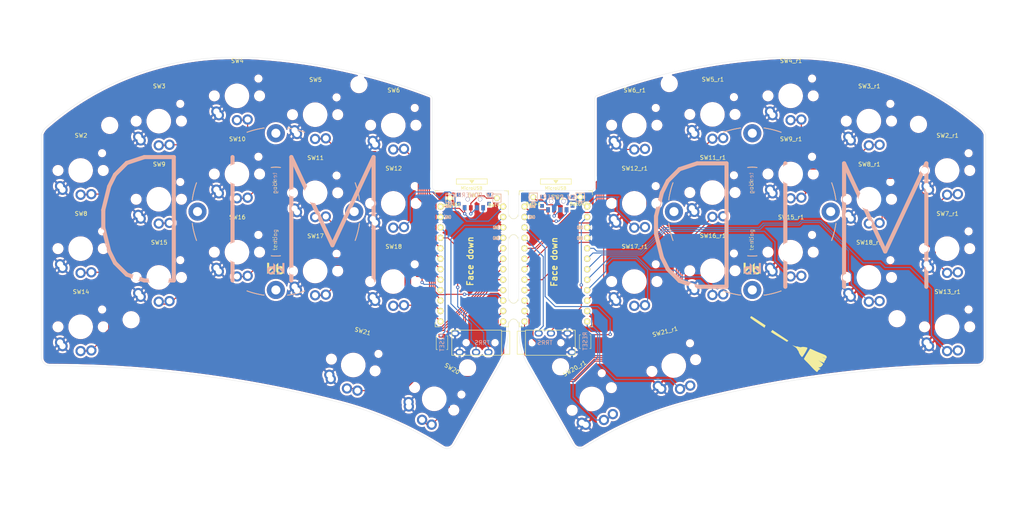
<source format=kicad_pcb>
(kicad_pcb (version 20211014) (generator pcbnew)
  (layers (0 "F.Cu" signal) (31 "B.Cu" signal) (34 "B.Paste" user) (35 "F.Paste" user) (36 "B.SilkS" user "B.Silkscreen") (37 "F.SilkS" user "F.Silkscreen") (38 "B.Mask" user) (39 "F.Mask" user) (44 "Edge.Cuts" user))
  (net 0 "")
  (net 1 "BT+")
  (net 2 "gnd")
  (net 3 "vcc")
  (net 4 "Switch18")
  (net 5 "reset")
  (net 6 "Switch1")
  (net 7 "Switch2")
  (net 8 "Switch3")
  (net 9 "Switch4")
  (net 10 "Switch5")
  (net 11 "Switch6")
  (net 12 "Switch7")
  (net 13 "Switch8")
  (net 14 "Switch9")
  (net 15 "Switch10")
  (net 16 "Switch11")
  (net 17 "Switch12")
  (net 18 "Switch13")
  (net 19 "Switch14")
  (net 20 "Switch15")
  (net 21 "Switch16")
  (net 22 "Switch17")
  (net 23 "raw")
  (net 24 "BT+_r")
  (net 25 "Switch18_r")
  (net 26 "reset_r")
  (net 27 "Switch9_r")
  (net 28 "Switch10_r")
  (net 29 "Switch11_r")
  (net 30 "Switch12_r")
  (net 31 "Switch13_r")
  (net 32 "Switch14_r")
  (net 33 "Switch15_r")
  (net 34 "Switch16_r")
  (net 35 "Switch17_r")
  (net 36 "Switch1_r")
  (net 37 "Switch2_r")
  (net 38 "Switch3_r")
  (net 39 "Switch4_r")
  (net 40 "Switch5_r")
  (net 41 "Switch6_r")
  (net 42 "Switch7_r")
  (net 43 "Switch8_r")
  (net 44 "Net-(SW_POWERR1-Pad1)")
  (net 45 "Net-(SW_POWER1-Pad1)")
  (footprint "kbd:1pin_conn" (layer "F.Cu") (at 146.19 83.736)
    (fp_text reference "Bat+r1")
    (fp_text value "MountingHole_Pad" hide)
  )
  (footprint "kbd:1pin_conn" (layer "F.Cu") (at 134.76 83.736)
    (fp_text reference "BatGND1")
    (fp_text value "MountingHole_Pad" hide)
  )
  (footprint "sadik:gateron-ks27-choc-v1" (layer "F.Cu") (at 45 77)
    (fp_text reference "SW2")
    (fp_text value "SW_Push")
  )
  (footprint "sadik:gateron-ks27-choc-v1" (layer "F.Cu") (at 64 65)
    (fp_text reference "SW3")
    (fp_text value "SW_Push")
  )
  (footprint "sadik:gateron-ks27-choc-v1" (layer "F.Cu") (at 83 58.86)
    (fp_text reference "SW4")
    (fp_text value "SW_Push")
  )
  (footprint "sadik:gateron-ks27-choc-v1" (layer "F.Cu") (at 102 63.432)
    (fp_text reference "SW5")
    (fp_text value "SW_Push")
  )
  (footprint "sadik:gateron-ks27-choc-v1" (layer "F.Cu") (at 121 66)
    (fp_text reference "SW6")
    (fp_text value "SW_Push")
  )
  (footprint "sadik:gateron-ks27-choc-v1" (layer "F.Cu") (at 45 96)
    (fp_text reference "SW8")
    (fp_text value "SW_Push")
  )
  (footprint "sadik:gateron-ks27-choc-v1" (layer "F.Cu") (at 64 84)
    (fp_text reference "SW9")
    (fp_text value "SW_Push")
  )
  (footprint "sadik:gateron-ks27-choc-v1" (layer "F.Cu") (at 83 77.86)
    (fp_text reference "SW10")
    (fp_text value "SW_Push")
  )
  (footprint "sadik:gateron-ks27-choc-v1" (layer "F.Cu") (at 102 82.432)
    (fp_text reference "SW11")
    (fp_text value "SW_Push")
  )
  (footprint "sadik:gateron-ks27-choc-v1" (layer "F.Cu") (at 121 85)
    (fp_text reference "SW12")
    (fp_text value "SW_Push")
  )
  (footprint "sadik:gateron-ks27-choc-v1" (layer "F.Cu") (at 45 115)
    (fp_text reference "SW14")
    (fp_text value "SW_Push")
  )
  (footprint "sadik:gateron-ks27-choc-v1" (layer "F.Cu") (at 64 103)
    (fp_text reference "SW15")
    (fp_text value "SW_Push")
  )
  (footprint "sadik:gateron-ks27-choc-v1" (layer "F.Cu") (at 83 96.86)
    (fp_text reference "SW16")
    (fp_text value "SW_Push")
  )
  (footprint "sadik:gateron-ks27-choc-v1" (layer "F.Cu") (at 102 101.432)
    (fp_text reference "SW17")
    (fp_text value "SW_Push")
  )
  (footprint "sadik:gateron-ks27-choc-v1" (layer "F.Cu") (at 130.95 132.504 -30)
    (fp_text reference "SW20")
    (fp_text value "SW_Push")
  )
  (footprint "sadik:gateron-ks27-choc-v1" (layer "F.Cu") (at 111.272 124.288 -15)
    (fp_text reference "SW21")
    (fp_text value "SW_Push")
  )
  (footprint "kbd:Tenting_Puck2" (layer "F.Cu") (at 92.456 86.995)
    (fp_text reference "REF**")
    (fp_text value "Tenting Puck")
  )
  (footprint "Kailh:SPDT_C128955r" (layer "F.Cu") (at 140.602 83.99)
    (fp_text reference "SW2")
    (fp_text value "SW_SPDT")
  )
  (footprint "kbd:SW_SPST_B3U-1000P" (layer "F.Cu") (at 132.842 118.872 90)
    (fp_text reference "RSW1" hide)
    (fp_text value "SW_Push")
  )
  (footprint "sadik:gateron-ks27-choc-v1" (layer "F.Cu") (at 121 104)
    (fp_text reference "SW18")
    (fp_text value "SW_Push")
  )
  (footprint "kbd:ProMicro_v3_min" (layer "F.Cu") (at 140.094 100.246)
    (fp_text reference "U1" hide)
    (fp_text value "ProMicro-kbd" hide)
  )
  (footprint "kbd:1pin_conn" (layer "F.Cu") (at 166.45984 83.482)
    (fp_text reference "BatGND4")
    (fp_text value "MountingHole_Pad" hide)
  )
  (footprint "kbd:SW_SPST_B3U-1000P" (layer "F.Cu") (at 167.64 118.618 90)
    (fp_text reference "RSW2" hide)
    (fp_text value "SW_Push")
  )
  (footprint "kbd:1pin_conn" (layer "F.Cu") (at 155.02984 83.482)
    (fp_text reference "Bat+1")
    (fp_text value "MountingHole_Pad" hide)
  )
  (footprint "kbd:Tenting_Puck2" (layer "F.Cu") (at 208.28 86.995)
    (fp_text reference "REF**")
    (fp_text value "Tenting Puck")
  )
  (footprint "Kailh:SPDT_C128955r" (layer "F.Cu") (at 160.87184 84.498)
    (fp_text reference "SW2")
    (fp_text value "SW_SPDT")
  )
  (footprint "Kailh:TRRS-PJ-320A" (layer "F.Cu") (at 153.1295 118.872 90)
    (fp_text reference "J1" hide)
    (fp_text value "AudioJack4dpb" hide)
  )
  (footprint "sadik:gateron-ks27-choc-v1" (layer "F.Cu") (at 198.58584 82.368)
    (fp_text reference "SW11_r1")
    (fp_text value "SW_Push")
  )
  (footprint "sadik:gateron-ks27-choc-v1" (layer "F.Cu") (at 255.63184 115)
    (fp_text reference "SW13_r1")
    (fp_text value "SW_Push")
  )
  (footprint "sadik:gateron-ks27-choc-v1" (layer "F.Cu") (at 217.58584 96.86)
    (fp_text reference "SW15_r1")
    (fp_text value "SW_Push")
  )
  (footprint "sadik:gateron-ks27-choc-v1" (layer "F.Cu") (at 198.58584 101.368)
    (fp_text reference "SW16_r1")
    (fp_text value "SW_Push")
  )
  (footprint "sadik:gateron-ks27-choc-v1" (layer "F.Cu") (at 198.58584 63.368)
    (fp_text reference "SW5_r1")
    (fp_text value "SW_Push")
  )
  (footprint "sadik:gateron-ks27-choc-v1" (layer "F.Cu") (at 236.61384 65)
    (fp_text reference "SW3_r1")
    (fp_text value "SW_Push")
  )
  (footprint "sadik:gateron-ks27-choc-v1" (layer "F.Cu") (at 217.58784 58.86)
    (fp_text reference "SW4_r1")
    (fp_text value "SW_Push")
  )
  (footprint "sadik:gateron-ks27-choc-v1" (layer "F.Cu") (at 236.61384 84)
    (fp_text reference "SW8_r1")
    (fp_text value "SW_Push")
  )
  (footprint "sadik:gateron-ks27-choc-v1" (layer "F.Cu") (at 217.58784 77.86)
    (fp_text reference "SW9_r1")
    (fp_text value "SW_Push")
  )
  (footprint "sadik:gateron-ks27-choc-v1" (layer "F.Cu") (at 236.61384 103)
    (fp_text reference "SW18_r1")
    (fp_text value "SW_Push")
  )
  (footprint "sadik:gateron-ks27-choc-v1" (layer "F.Cu") (at 179.58584 85)
    (fp_text reference "SW12_r1")
    (fp_text value "SW_Push")
  )
  (footprint "sadik:gateron-ks27-choc-v1" (layer "F.Cu") (at 255.63184 96)
    (fp_text reference "SW7_r1")
    (fp_text value "SW_Push")
  )
  (footprint "sadik:gateron-ks27-choc-v1" (layer "F.Cu") (at 255.63184 77)
    (fp_text reference "SW2_r1")
    (fp_text value "SW_Push")
  )
  (footprint "sadik:gateron-ks27-choc-v1" (layer "F.Cu") (at 179.58584 66)
    (fp_text reference "SW6_r1")
    (fp_text value "SW_Push")
  )
  (footprint "sadik:gateron-ks27-choc-v1" (layer "F.Cu") (at 169.251 132.542 30)
    (fp_text reference "SW20_r1")
    (fp_text value "SW_Push")
  )
  (footprint "sadik:gateron-ks27-choc-v1" (layer "F.Cu") (at 179.58584 104)
    (fp_text reference "SW17_r1")
    (fp_text value "SW_Push")
  )
  (footprint "sadik:gateron-ks27-choc-v1" (layer "F.Cu") (at 189.17984 124.41 15)
    (fp_text reference "SW21_r1")
    (fp_text value "SW_Push")
  )
  (footprint "kbd:ProMicro_v3_min" (layer "F.Cu") (at 160.51784 100.246)
    (fp_text reference "U2" hide)
    (fp_text value "ProMicro-kbd" hide)
  )
  (footprint "Duckyb-Parts:mouse-bite-5mm-slot-with-space-for-track" (layer "F.Cu") (at 150.241 90.678)
    (fp_text reference "mouse-bite-5mm-slot" hide)
    (fp_text value "VAL**" hide)
  )
  (footprint "Duckyb-Parts:mouse-bite-5mm-slot-with-space-for-track" (layer "F.Cu") (at 150.241 111.1885)
    (fp_text reference "mouse-bite-5mm-slot" hide)
    (fp_text value "VAL**" hide)
  )
  (footprint "Kailh:TRRS-PJ-320A" (layer "F.Cu") (at 147.32 118.872 -90)
    (fp_text reference "J2" hide)
    (fp_text value "AudioJack4dpb" hide)
  )
  (footprint "" (layer "F.Cu") (at 112.649 56.134)
    (fp_text reference "")
    (fp_text value "")
  )
  (footprint "MountingHole:MountingHole_3.2mm_M3" (layer "F.Cu") (at 57.277 113.284)
    (fp_text reference "Mounting 03" hide)
    (fp_text value "MountingHole_3.2mm_M3")
  )
  (footprint "MountingHole:MountingHole_3.2mm_M3" (layer "F.Cu") (at 139.065 124.968)
    (fp_text reference "Mounting 02" hide)
    (fp_text value "MountingHole_3.2mm_M3")
  )
  (footprint "MountingHole:MountingHole_3.2mm_M3" (layer "F.Cu") (at 112.649 56.134)
    (fp_text reference "Mounting 01" hide)
    (fp_text value "MountingHole_3.2mm_M3")
  )
  (footprint "" (layer "F.Cu") (at 139.065 124.968)
    (fp_text reference "")
    (fp_text value "")
  )
  (footprint "MountingHole:MountingHole_3.2mm_M3" (layer "F.Cu") (at 52.07 66.04)
    (fp_text reference "Mounting 04" hide)
    (fp_text value "MountingHole_3.2mm_M3")
  )
  (footprint "Kailh:ferris_broom" (layer "F.Cu") (at 216.080853 119.011118 12)
    (fp_text reference "G***" hide)
    (fp_text value "LOGO" hide)
  )
  (footprint "Kailh:SPDT_C128955" (layer "B.Cu") (at 140.602 83.99 180)
    (fp_text reference "SW_POWERR1")
    (fp_text value "SW_SPDT")
  )
  (footprint "Kailh:SPDT_C128955" (layer "B.Cu") (at 160.87184 84.498 180)
    (fp_text reference "SW_POWER1")
    (fp_text value "SW_SPDT")
  )
  (footprint "MountingHole:MountingHole_3.2mm_M3" (layer "B.Cu") (at 161.671 124.714 180)
    (fp_text reference "Mounting 02" hide)
    (fp_text value "MountingHole_3.2mm_M3")
  )
  (footprint "MountingHole:MountingHole_3.2mm_M3" (layer "B.Cu") (at 248.666 65.786 180)
    (fp_text reference "Mounting 04" hide)
    (fp_text value "MountingHole_3.2mm_M3")
  )
  (footprint "MountingHole:MountingHole_3.2mm_M3" (layer "B.Cu") (at 188.087 55.88 180)
    (fp_text reference "Mounting 01" hide)
    (fp_text value "MountingHole_3.2mm_M3")
  )
  (footprint "MountingHole:MountingHole_3.2mm_M3" (layer "B.Cu") (at 243.459 113.03 180)
    (fp_text reference "Mounting 03" hide)
    (fp_text value "MountingHole_3.2mm_M3")
  )
  (gr_arc (start 148.162 81.866) (mid 148.69233 82.08567) (end 148.912 82.616) (layer "Edge.Cuts") (width 0.05))
  (gr_line (start 148.912 93.218) (end 148.912 101.262) (layer "Edge.Cuts") (width 0.05))
  (gr_line (start 131.458 81.868917) (end 148.162 81.866) (layer "Edge.Cuts") (width 0.05))
  (gr_line (start 147.161679 123.613657) (end 135.71 143.699265) (layer "Edge.Cuts") (width 0.05))
  (gr_arc (start 148.924 116.248) (mid 148.462831 120.031316) (end 147.161679 123.613657) (layer "Edge.Cuts") (width 0.05))
  (gr_line (start 148.912 82.616) (end 148.924 88.11) (layer "Edge.Cuts") (width 0.05))
  (gr_line (start 149.2885 88.11) (end 148.924 88.11) (layer "Edge.Cuts") (width 0.05))
  (gr_line (start 149.2885 93.218) (end 148.912 93.218) (layer "Edge.Cuts") (width 0.05))
  (gr_line (start 149.2885 108.628) (end 148.924 108.628) (layer "Edge.Cuts") (width 0.05))
  (gr_line (start 149.2885 113.7285) (end 148.912 113.7285) (layer "Edge.Cuts") (width 0.05))
  (gr_line (start 148.912 101.262) (end 148.924 108.628) (layer "Edge.Cuts") (width 0.05))
  (gr_line (start 148.912 113.7285) (end 148.924 116.248) (layer "Edge.Cuts") (width 0.05))
  (gr_arc (start 131.458 81.868917) (mid 130.750893 81.576024) (end 130.458 80.868917) (layer "Edge.Cuts") (width 0.05))
  (gr_line (start 130.458 80.868917) (end 130.463 59.473) (layer "Edge.Cuts") (width 0.05))
  (gr_arc (start 35.465859 68.23732) (mid 36.022742 67.119147) (end 36.893 66.223) (layer "Edge.Cuts") (width 0.05))
  (gr_arc (start 85.843227 49.463504) (mid 108.303644 52.385453) (end 130.028245 58.79247) (layer "Edge.Cuts") (width 0.05))
  (gr_line (start 37.768 124.474571) (end 37.493002 124.473917) (layer "Edge.Cuts") (width 0.05))
  (gr_arc (start 107.798171 133.38233) (mid 120.821342 137.840747) (end 132.978 144.298) (layer "Edge.Cuts") (width 0.05))
  (gr_arc (start 37.768 124.474571) (mid 73.062993 126.727903) (end 107.798171 133.38233) (layer "Edge.Cuts") (width 0.05))
  (gr_arc (start 37.493002 124.473917) (mid 36.080533 123.924717) (end 35.458001 122.542999) (layer "Edge.Cuts") (width 0.05))
  (gr_arc (start 135.71 143.699265) (mid 134.468995 144.56898) (end 132.978 144.298) (layer "Edge.Cuts") (width 0.05))
  (gr_arc (start 130.028245 58.79247) (mid 130.345034 59.069226) (end 130.463 59.473) (layer "Edge.Cuts") (width 0.05))
  (gr_line (start 35.465859 68.23732) (end 35.458001 122.542999) (layer "Edge.Cuts") (width 0.05))
  (gr_line (start 85.843227 49.463504) (end 81.868 49.468) (layer "Edge.Cuts") (width 0.05))
  (gr_arc (start 36.893 66.223) (mid 57.870705 53.792798) (end 81.868 49.468) (layer "Edge.Cuts") (width 0.05))
  (gr_line (start 168.99984 81.868917) (end 152.29584 81.866) (layer "Edge.Cuts") (width 0.05))
  (gr_line (start 151.54584 113.7285) (end 151.53384 116.248) (layer "Edge.Cuts") (width 0.05))
  (gr_line (start 153.280536 123.57215) (end 164.74784 143.699265) (layer "Edge.Cuts") (width 0.05))
  (gr_line (start 264.991981 68.23732) (end 264.999839 122.542999) (layer "Edge.Cuts") (width 0.05))
  (gr_line (start 214.614613 49.463504) (end 218.58984 49.468) (layer "Edge.Cuts") (width 0.05))
  (gr_line (start 151.54584 101.262) (end 151.53384 108.628) (layer "Edge.Cuts") (width 0.05))
  (gr_arc (start 151.54584 82.616) (mid 151.76551 82.08567) (end 152.29584 81.866) (layer "Edge.Cuts") (width 0.05))
  (gr_line (start 151.54584 93.218) (end 151.54584 101.262) (layer "Edge.Cuts") (width 0.05))
  (gr_arc (start 167.47984 144.298) (mid 179.636498 137.840747) (end 192.659669 133.38233) (layer "Edge.Cuts") (width 0.05))
  (gr_arc (start 218.58984 49.468) (mid 242.587135 53.792798) (end 263.56484 66.223) (layer "Edge.Cuts") (width 0.05))
  (gr_arc (start 192.659669 133.38233) (mid 227.394847 126.727903) (end 262.68984 124.474571) (layer "Edge.Cuts") (width 0.05))
  (gr_arc (start 167.47984 144.298) (mid 165.988845 144.56898) (end 164.74784 143.699265) (layer "Edge.Cuts") (width 0.05))
  (gr_arc (start 153.280536 123.57215) (mid 151.990927 120.009347) (end 151.53384 116.248) (layer "Edge.Cuts") (width 0.05))
  (gr_line (start 151.54584 82.616) (end 151.53384 88.11) (layer "Edge.Cuts") (width 0.05))
  (gr_arc (start 169.99984 80.868917) (mid 169.706947 81.576024) (end 168.99984 81.868917) (layer "Edge.Cuts") (width 0.05))
  (gr_line (start 169.99984 80.868917) (end 169.99484 59.473) (layer "Edge.Cuts") (width 0.05))
  (gr_arc (start 263.56484 66.223) (mid 264.435099 67.119147) (end 264.991981 68.23732) (layer "Edge.Cuts") (width 0.05))
  (gr_arc (start 170.429595 58.79247) (mid 192.154196 52.385453) (end 214.614613 49.463504) (layer "Edge.Cuts") (width 0.05))
  (gr_line (start 262.68984 124.474571) (end 262.964838 124.473917) (layer "Edge.Cuts") (width 0.05))
  (gr_arc (start 264.999839 122.542999) (mid 264.377307 123.924716) (end 262.964838 124.473917) (layer "Edge.Cuts") (width 0.05))
  (gr_arc (start 169.99484 59.473) (mid 170.112806 59.069226) (end 170.429595 58.79247) (layer "Edge.Cuts") (width 0.05))
  (gr_line (start 151.53384 88.11) (end 151.1935 88.11) (layer "Edge.Cuts") (width 0.05))
  (gr_line (start 151.53384 108.628) (end 151.1935 108.628) (layer "Edge.Cuts") (width 0.05))
  (gr_line (start 151.54584 113.7285) (end 151.1935 113.7285) (layer "Edge.Cuts") (width 0.05))
  (gr_arc (start 149.288501 93.218) (mid 150.241 92.573127) (end 151.193499 93.218001) (layer "Edge.Cuts") (width 0.05))
  (gr_arc (start 151.193499 108.628) (mid 150.241 109.285937) (end 149.288501 108.627999) (layer "Edge.Cuts") (width 0.05))
  (gr_arc (start 151.193499 88.11) (mid 150.241 88.772807) (end 149.288501 88.109999) (layer "Edge.Cuts") (width 0.05))
  (gr_arc (start 149.288501 113.7285) (mid 150.241 113.083627) (end 151.193499 113.728501) (layer "Edge.Cuts") (width 0.05))
  (gr_line (start 151.54584 93.218) (end 151.1935 93.218) (layer "Edge.Cuts") (width 0.05))
  (gr_text "MID" (at 218.44 91.44) (layer "B.SilkS") (effects (font (size 30 30) (thickness 1)) (justify mirror)))
  (gr_text "MID" (at 84.074 89.916) (layer "B.SilkS") (effects (font (size 30 30) (thickness 1)) (justify mirror)))
  (gr_text "Face down" (at 160.10984 99.23 90) (layer "F.SilkS") (effects (font (size 1.5 1.5) (thickness 0.3))))
  (gr_text "Face down" (at 139.7 99.06 90) (layer "F.SilkS") (effects (font (size 1.5 1.5) (thickness 0.3))))
  (segment (start 158.381843 85.323001) (end 157.231843 84.173001) (width 0.25) (layer "F.Cu") (net 1))
  (segment (start 157.231843 84.173001) (end 155.720841 84.173001) (width 0.25) (layer "F.Cu") (net 1))
  (segment (start 155.720841 84.173001) (end 155.02984 83.482) (width 0.25) (layer "F.Cu") (net 1))
  (segment (start 160.10984 86.585) (end 160.12184 86.573) (width 0.25) (layer "F.Cu") (net 1))
  (segment (start 160.12184 85.698) (end 159.746841 85.323001) (width 0.25) (layer "F.Cu") (net 1))
  (segment (start 159.746841 85.323001) (end 158.381843 85.323001) (width 0.25) (layer "F.Cu") (net 1))
  (segment (start 160.10984 88.054) (end 160.10984 86.585) (width 0.25) (layer "F.Cu") (net 1))
  (segment (start 160.12184 86.573) (end 160.12184 85.698) (width 0.25) (layer "F.Cu") (net 1))
  (via (at 160.10984 88.054) (size 0.8) (drill 0.4) (layers "F.Cu" "B.Cu") (net 1))
  (segment (start 161.62184 86.573) (end 161.62184 87.05) (width 0.25) (layer "B.Cu") (net 1))
  (segment (start 161.62184 86.573) (end 161.59084 86.573) (width 0.25) (layer "B.Cu") (net 1))
  (segment (start 161.59084 86.573) (end 160.10984 88.054) (width 0.25) (layer "B.Cu") (net 1))
  (segment (start 96.994 67.232) (end 96.994 67.532) (width 0.25) (layer "F.Cu") (net 2))
  (segment (start 97.418 86.868) (end 96.9 86.35) (width 0.25) (layer "F.Cu") (net 2))
  (segment (start 96.994 67.532) (end 97.594 68.132) (width 0.25) (layer "F.Cu") (net 2))
  (segment (start 96.9 105.368) (end 98.002 105.368) (width 0.25) (layer "F.Cu") (net 2))
  (segment (start 115.98 107.808) (end 116.09808 107.68992) (width 0.25) (layer "F.Cu") (net 2))
  (segment (start 97 86.25) (end 97.79 85.46) (width 0.25) (layer "F.Cu") (net 2))
  (segment (start 133.236 88.308) (end 132.4854 88.308) (width 0.25) (layer "B.Cu") (net 2))
  (segment (start 134.76 83.736) (end 134.76 86.784) (width 0.25) (layer "B.Cu") (net 2))
  (segment (start 134.76 86.784) (end 133.236 88.308) (width 0.25) (layer "B.Cu") (net 2))
  (segment (start 166.143432 137.711821) (end 166.90111 138.469499) (width 0.25) (layer "B.Cu") (net 2))
  (segment (start 136.652 105.41) (end 136.652 105.41) (width 0.25) (layer "F.Cu") (net 3))
  (segment (start 136.652 95.758) (end 136.652 105.41) (width 0.25) (layer "F.Cu") (net 3))
  (segment (start 132.4854 93.388) (end 134.282 93.388) (width 0.25) (layer "F.Cu") (net 3))
  (segment (start 134.282 93.388) (end 136.652 95.758) (width 0.25) (layer "F.Cu") (net 3))
  (via (at 136.652 105.41) (size 0.8) (drill 0.4) (layers "F.Cu" "B.Cu") (net 3))
  (segment (start 152.90924 93.388) (end 157.46784 97.9466) (width 0.25) (layer "B.Cu") (net 3))
  (segment (start 144.12 120.054) (end 144.12 121.172) (width 0.25) (layer "B.Cu") (net 3))
  (segment (start 156.3295 115.93418) (end 157.46784 114.79584) (width 0.25) (layer "B.Cu") (net 3))
  (segment (start 157.46784 97.9466) (end 157.46784 114.79584) (width 0.25) (layer "B.Cu") (net 3))
  (segment (start 142.97 118.904) (end 144.12 120.054) (width 0.25) (layer "B.Cu") (net 3))
  (segment (start 136.652 110.086) (end 142.97 116.404) (width 0.25) (layer "B.Cu") (net 3))
  (segment (start 156.3295 116.572) (end 156.3295 115.93418) (width 0.25) (layer "B.Cu") (net 3))
  (segment (start 136.652 105.41) (end 136.652 110.086) (width 0.25) (layer "B.Cu") (net 3))
  (segment (start 142.97 116.404) (end 142.97 118.904) (width 0.25) (layer "B.Cu") (net 3))
  (segment (start 138.316 90.34) (end 145.6734 90.34) (width 0.25) (layer "B.Cu") (net 4))
  (segment (start 139.97 116.404) (end 139.97 118.126) (width 0.25) (layer "B.Cu") (net 4))
  (segment (start 145.6734 90.34) (end 147.7054 88.308) (width 0.25) (layer "B.Cu") (net 4))
  (segment (start 141.12 119.276) (end 141.12 121.172) (width 0.25) (layer "B.Cu") (net 4))
  (segment (start 139.97 118.126) (end 141.12 119.276) (width 0.25) (layer "B.Cu") (net 4))
  (segment (start 139.97 114.346) (end 135.014 109.39) (width 0.25) (layer "B.Cu") (net 4))
  (segment (start 135.014 93.642) (end 138.316 90.34) (width 0.25) (layer "B.Cu") (net 4))
  (segment (start 135.014 109.39) (end 135.014 93.642) (width 0.25) (layer "B.Cu") (net 4))
  (segment (start 139.97 116.404) (end 139.97 114.346) (width 0.25) (layer "B.Cu") (net 4))
  (via (at 132.588 117.133) (size 0.8) (drill 0.4) (layers "F.Cu" "B.Cu") (net 5))
  (segment (start 132.588 117.133) (end 132.119 117.133) (width 0.25) (layer "B.Cu") (net 5))
  (segment (start 133.572401 113.760401) (end 133.572401 114.229761) (width 0.25) (layer "B.Cu") (net 5))
  (segment (start 132.588 117.133) (end 133.572401 116.148599) (width 0.25) (layer "B.Cu") (net 5))
  (segment (start 133.572401 91.935001) (end 133.572401 113.760401) (width 0.25) (layer "B.Cu") (net 5))
  (segment (start 132.119 117.133) (end 132.08 117.172) (width 0.25) (layer "B.Cu") (net 5))
  (segment (start 133.572401 116.148599) (end 133.572401 113.760401) (width 0.25) (layer "B.Cu") (net 5))
  (segment (start 132.4854 90.848) (end 133.572401 91.935001) (width 0.25) (layer "B.Cu") (net 5))
  (segment (start 133.672999 107.175001) (end 133.926999 107.175001) (width 0.25) (layer "F.Cu") (net 6))
  (segment (start 118.372399 75.968037) (end 125.238397 75.968037) (width 0.25) (layer "F.Cu") (net 6))
  (segment (start 99.347056 72.517) (end 99.394028 72.470028) (width 0.25) (layer "F.Cu") (net 6))
  (segment (start 129.598359 85.055589) (end 129.598359 96.070359) (width 0.25) (layer "F.Cu") (net 6))
  (segment (start 125.238397 75.968037) (end 127.978962 78.708602) (width 0.25) (layer "F.Cu") (net 6))
  (segment (start 91.567 72.517) (end 99.347056 72.517) (width 0.25) (layer "F.Cu") (net 6))
  (segment (start 71.76602 70.49602) (end 89.54602 70.49602) (width 0.25) (layer "F.Cu") (net 6))
  (segment (start 47.6 82.75) (end 54.664 82.75) (width 0.25) (layer "F.Cu") (net 6))
  (segment (start 129.598359 101.297369) (end 131.167319 102.866329) (width 0.25) (layer "F.Cu") (net 6))
  (segment (start 89.54602 70.49602) (end 91.567 72.517) (width 0.25) (layer "F.Cu") (net 6))
  (segment (start 60.706 76.708) (end 65.55404 76.708) (width 0.25) (layer "F.Cu") (net 6))
  (segment (start 45 82.9) (end 47.45 82.9) (width 0.25) (layer "F.Cu") (net 6))
  (segment (start 129.598359 96.070359) (end 129.598359 101.297369) (width 0.25) (layer "F.Cu") (net 6))
  (segment (start 131.167319 106.378681) (end 131.963639 107.175001) (width 0.25) (layer "F.Cu") (net 6))
  (segment (start 54.664 82.75) (end 54.991 82.423) (width 0.25) (layer "F.Cu") (net 6))
  (segment (start 127.978962 83.349038) (end 127.978964 83.436194) (width 0.25) (layer "F.Cu") (net 6))
  (segment (start 131.963639 107.175001) (end 133.672999 107.175001) (width 0.25) (layer "F.Cu") (net 6))
  (segment (start 116.144388 73.740028) (end 118.372399 75.968037) (width 0.25) (layer "F.Cu") (net 6))
  (segment (start 114.7568 73.740028) (end 116.144388 73.740028) (width 0.25) (layer "F.Cu") (net 6))
  (segment (start 127.978962 78.708602) (end 127.978962 83.349038) (width 0.25) (layer "F.Cu") (net 6))
  (segment (start 138.316 107.104) (end 133.744 107.104) (width 0.25) (layer "F.Cu") (net 6))
  (segment (start 47.45 82.9) (end 47.6 82.75) (width 0.25) (layer "F.Cu") (net 6))
  (segment (start 65.55404 76.708) (end 71.76602 70.49602) (width 0.25) (layer "F.Cu") (net 6))
  (segment (start 56.769 80.645) (end 60.706 76.708) (width 0.25) (layer "F.Cu") (net 6))
  (segment (start 133.744 107.104) (end 133.672999 107.175001) (width 0.25) (layer "F.Cu") (net 6))
  (segment (start 99.394028 72.470028) (end 113.486798 72.470028) (width 0.25) (layer "F.Cu") (net 6))
  (segment (start 131.167319 102.866329) (end 131.167319 106.378681) (width 0.25) (layer "F.Cu") (net 6))
  (segment (start 113.486798 72.470028) (end 114.7568 73.740028) (width 0.25) (layer "F.Cu") (net 6))
  (segment (start 127.978964 83.436194) (end 129.598359 85.055589) (width 0.25) (layer "F.Cu") (net 6))
  (segment (start 54.991 82.423) (end 56.769 80.645) (width 0.25) (layer "F.Cu") (net 6))
  (segment (start 129.598359 95.846359) (end 129.598359 96.070359) (width 0.25) (layer "F.Cu") (net 6))
  (via (at 138.316 107.104) (size 0.8) (drill 0.4) (layers "F.Cu" "B.Cu") (net 6))
  (segment (start 146.6937 107.6163) (end 147.7054 108.628) (width 0.25) (layer "B.Cu") (net 6))
  (segment (start 146.1814 107.104) (end 146.6937 107.6163) (width 0.25) (layer "B.Cu") (net 6))
  (segment (start 138.316 107.104) (end 146.1814 107.104) (width 0.25) (layer "B.Cu") (net 6))
  (segment (start 146.252401 107.175001) (end 146.6937 107.6163) (width 0.25) (layer "B.Cu") (net 6))
  (segment (start 116.33079 73.29002) (end 118.558798 75.518028) (width 0.25) (layer "F.Cu") (net 7))
  (segment (start 128.428973 80.168973) (end 128.428973 80.676973) (width 0.25) (layer "F.Cu") (net 7))
  (segment (start 114.943199 73.290019) (end 116.33079 73.29002) (width 0.25) (layer "F.Cu") (net 7))
  (segment (start 130.048369 101.110969) (end 132.4854 103.548) (width 0.25) (layer "F.Cu") (net 7))
  (segment (start 128.428973 80.676973) (end 128.428973 83.249793) (width 0.25) (layer "F.Cu") (net 7))
  (segment (start 69.53801 70.04601) (end 89.85801 70.04601) (width 0.25) (layer "F.Cu") (net 7))
  (segment (start 66.6 70.75) (end 68.83402 70.75) (width 0.25) (layer "F.Cu") (net 7))
  (segment (start 128.428972 78.522202) (end 128.428973 80.676973) (width 0.25) (layer "F.Cu") (net 7))
  (segment (start 91.832019 72.020019) (end 113.6732 72.02002) (width 0.25) (layer "F.Cu") (net 7))
  (segment (start 64 70.9) (end 66.45 70.9) (width 0.25) (layer "F.Cu") (net 7))
  (segment (start 130.048369 84.869189) (end 130.048369 101.110969) (width 0.25) (layer "F.Cu") (net 7))
  (segment (start 118.558798 75.518028) (end 125.424799 75.518029) (width 0.25) (layer "F.Cu") (net 7))
  (segment (start 89.85801 70.04601) (end 91.832019 72.020019) (width 0.25) (layer "F.Cu") (net 7))
  (segment (start 68.83402 70.75) (end 69.53801 70.04601) (width 0.25) (layer "F.Cu") (net 7))
  (segment (start 125.424799 75.518029) (end 128.428972 78.522202) (width 0.25) (layer "F.Cu") (net 7))
  (segment (start 66.45 70.9) (end 66.6 70.75) (width 0.25) (layer "F.Cu") (net 7))
  (segment (start 113.6732 72.02002) (end 114.943199 73.290019) (width 0.25) (layer "F.Cu") (net 7))
  (segment (start 128.428973 83.249793) (end 130.048369 84.869189) (width 0.25) (layer "F.Cu") (net 7))
  (segment (start 128.878982 79.909018) (end 128.878981 79.605801) (width 0.25) (layer "F.Cu") (net 8))
  (segment (start 113.8596 71.57001) (end 115.1296 72.84001) (width 0.25) (layer "F.Cu") (net 8))
  (segment (start 130.498379 99.020979) (end 130.498379 84.682789) (width 0.25) (layer "F.Cu") (net 8))
  (segment (start 125.6112 75.06802) (end 128.878982 78.335802) (width 0.25) (layer "F.Cu") (net 8))
  (segment (start 90.043718 69.596) (end 92.017728 71.57001) (width 0.25) (layer "F.Cu") (net 8))
  (segment (start 92.017728 71.57001) (end 113.8596 71.57001) (width 0.25) (layer "F.Cu") (net 8))
  (segment (start 115.1296 72.84001) (end 116.51719 72.84001) (width 0.25) (layer "F.Cu") (net 8))
  (segment (start 83 64.76) (end 85.45 64.76) (width 0.25) (layer "F.Cu") (net 8))
  (segment (start 128.878982 78.335802) (end 128.878982 79.909018) (width 0.25) (layer "F.Cu") (net 8))
  (segment (start 118.745199 75.068019) (end 123.30598 75.06802) (width 0.25) (layer "F.Cu") (net 8))
  (segment (start 132.4854 101.008) (end 130.498379 99.020979) (width 0.25) (layer "F.Cu") (net 8))
  (segment (start 85.6 64.61) (end 85.6 66.55) (width 0.25) (layer "F.Cu") (net 8))
  (segment (start 128.878982 83.063392) (end 128.878982 79.909018) (width 0.25) (layer "F.Cu") (net 8))
  (segment (start 123.30598 75.06802) (end 125.6112 75.06802) (width 0.25) (layer "F.Cu") (net 8))
  (segment (start 88.646 69.596) (end 90.043718 69.596) (width 0.25) (layer "F.Cu") (net 8))
  (segment (start 130.498379 84.682789) (end 128.878982 83.063392) (width 0.25) (layer "F.Cu") (net 8))
  (segment (start 85.6 66.55) (end 87.249 68.199) (width 0.25) (layer "F.Cu") (net 8))
  (segment (start 87.249 68.199) (end 88.646 69.596) (width 0.25) (layer "F.Cu") (net 8))
  (segment (start 85.45 64.76) (end 85.6 64.61) (width 0.25) (layer "F.Cu") (net 8))
  (segment (start 116.51719 72.84001) (end 118.745199 75.068019) (width 0.25) (layer "F.Cu") (net 8))
  (segment (start 124.3412 75.06802) (end 123.30598 75.06802) (width 0.25) (layer "F.Cu") (net 8))
  (segment (start 129.328991 78.149401) (end 129.328991 79.713009) (width 0.25) (layer "F.Cu") (net 9))
  (segment (start 104.444 69.332) (end 104.594 69.182) (width 0.25) (layer "F.Cu") (net 9))
  (segment (start 106.53249 71.12049) (end 114.045798 71.12049) (width 0.25) (layer "F.Cu") (net 9))
  (segment (start 125.7976 74.61801) (end 129.328991 78.149401) (width 0.25) (layer "F.Cu") (net 9))
  (segment (start 130.948389 84.496389) (end 130.948389 96.930989) (width 0.25) (layer "F.Cu") (net 9))
  (segment (start 129.328991 82.876991) (end 130.948389 84.496389) (width 0.25) (layer "F.Cu") (net 9))
  (segment (start 129.328991 79.419401) (end 129.328991 79.713009) (width 0.25) (layer "F.Cu") (net 9))
  (segment (start 114.426308 71.501) (end 114.427 71.501) (width 0.25) (layer "F.Cu") (net 9))
  (segment (start 101.994 69.332) (end 104.444 69.332) (width 0.25) (layer "F.Cu") (net 9))
  (segment (start 129.328991 79.713009) (end 129.328991 82.876991) (width 0.25) (layer "F.Cu") (net 9))
  (segment (start 116.70359 72.39) (end 118.9316 74.61801) (width 0.25) (layer "F.Cu") (net 9))
  (segment (start 118.9316 74.61801) (end 125.7976 74.61801) (width 0.25) (layer "F.Cu") (net 9))
  (segment (start 114.046 71.12) (end 114.427 71.501) (width 0.25) (layer "F.Cu") (net 9))
  (segment (start 114.045798 71.12049) (end 114.426308 71.501) (width 0.25) (layer "F.Cu") (net 9))
  (segment (start 115.316 72.39) (end 116.70359 72.39) (width 0.25) (layer "F.Cu") (net 9))
  (segment (start 130.948389 96.930989) (end 132.4854 98.468) (width 0.25) (layer "F.Cu") (net 9))
  (segment (start 104.594 69.182) (end 106.53249 71.12049) (width 0.25) (layer "F.Cu") (net 9))
  (segment (start 114.427 71.501) (end 115.316 72.39) (width 0.25) (layer "F.Cu") (net 9))
  (segment (start 123.45 71.9) (end 123.6 71.75) (width 0.25) (layer "F.Cu") (net 10))
  (segment (start 129.794 79.502) (end 129.794 77.978) (width 0.25) (layer "F.Cu") (net 10))
  (segment (start 129.794 79.502) (end 129.794 82.55) (width 0.25) (layer "F.Cu") (net 10))
  (segment (start 129.794 77.978) (end 125.984 74.168) (width 0.25) (layer "F.Cu") (net 10))
  (segment (start 129.794 82.55) (end 129.779 82.565) (width 0.25) (layer "F.Cu") (net 10))
  (segment (start 131.398399 84.184399) (end 131.398399 94.840999) (width 0.25) (layer "F.Cu") (net 10))
  (segment (start 125.984 74.134) (end 125.984 74.168) (width 0.25) (layer "F.Cu") (net 10))
  (segment (start 121 71.9) (end 123.45 71.9) (width 0.25) (layer "F.Cu") (net 10))
  (segment (start 131.398399 94.840999) (end 132.4854 95.928) (width 0.25) (layer "F.Cu") (net 10))
  (segment (start 129.794 79.248) (end 129.794 79.502) (width 0.25) (layer "F.Cu") (net 10))
  (segment (start 123.6 71.75) (end 125.984 74.134) (width 0.25) (layer "F.Cu") (net 10))
  (segment (start 129.779 82.565) (end 131.398399 84.184399) (width 0.25) (layer "F.Cu") (net 10))
  (segment (start 112.208802 95.952802) (end 119.956519 95.952802) (width 0.25) (layer "F.Cu") (net 11))
  (segment (start 47.45 101.9) (end 47.6 101.75) (width 0.25) (layer "F.Cu") (net 11))
  (segment (start 75.14946 91.65946) (end 75.120141 91.630141) (width 0.25) (layer "F.Cu") (net 11))
  (segment (start 96.57848 95.56248) (end 103.564197 95.56248) (width 0.25) (layer "F.Cu") (net 11))
  (segment (start 119.956519 95.952802) (end 121.955618 97.951901) (width 0.25) (layer "F.Cu") (net 11))
  (segment (start 106.221157 98.21944) (end 109.942165 98.219439) (width 0.25) (layer "F.Cu") (net 11))
  (segment (start 127.345457 102.778543) (end 127.599457 102.778543) (width 0.25) (layer "F.Cu") (net 11))
  (segment (start 64.516 93.472) (end 74.422 93.472) (width 0.25) (layer "F.Cu") (net 11))
  (segment (start 109.942165 98.219439) (end 112.208802 95.952802) (width 0.25) (layer "F.Cu") (net 11))
  (segment (start 75.14946 92.74454) (end 75.14946 91.65946) (width 0.25) (layer "F.Cu") (net 11))
  (segment (start 89.97448 88.95848) (end 96.57848 95.56248) (width 0.25) (layer "F.Cu") (net 11))
  (segment (start 75.120141 91.630141) (end 77.791803 88.95848) (width 0.25) (layer "F.Cu") (net 11))
  (segment (start 127.341421 102.782579) (end 127.345457 102.778543) (width 0.25) (layer "F.Cu") (net 11))
  (segment (start 121.955618 98.008382) (end 126.729815 102.782579) (width 0.25) (layer "F.Cu") (net 11))
  (segment (start 45 101.9) (end 47.45 101.9) (width 0.25) (layer "F.Cu") (net 11))
  (segment (start 127.599457 102.778543) (end 128.002293 103.181379) (width 0.25) (layer "F.Cu") (net 11))
  (segment (start 77.791803 88.95848) (end 89.97448 88.95848) (width 0.25) (layer "F.Cu") (net 11))
  (segment (start 56.238 101.75) (end 64.516 93.472) (width 0.25) (layer "F.Cu") (net 11))
  (segment (start 47.6 101.75) (end 56.238 101.75) (width 0.25) (layer "F.Cu") (net 11))
  (segment (start 103.564197 95.56248) (end 106.221157 98.21944) (width 0.25) (layer "F.Cu") (net 11))
  (segment (start 121.955618 97.951901) (end 121.955618 98.008382) (width 0.25) (layer "F.Cu") (net 11))
  (segment (start 74.422 93.472) (end 75.14946 92.74454) (width 0.25) (layer "F.Cu") (net 11))
  (segment (start 126.729815 102.782579) (end 127.341421 102.782579) (width 0.25) (layer "F.Cu") (net 11))
  (segment (start 128.002293 103.181379) (end 128.002293 104.20578) (width 0.25) (layer "F.Cu") (net 11))
  (via (at 128.002293 104.20578) (size 0.8) (drill 0.4) (layers "F.Cu" "B.Cu") (net 11))
  (segment (start 128.481813 104.6853) (end 131.0827 104.6853) (width 0.25) (layer "B.Cu") (net 11))
  (segment (start 131.0827 104.6853) (end 132.4854 106.088) (width 0.25) (layer "B.Cu") (net 11))
  (segment (start 128.002293 104.20578) (end 128.481813 104.6853) (width 0.25) (layer "B.Cu") (net 11))
  (segment (start 67.31 75.587758) (end 67.31 89.114) (width 0.25) (layer "F.Cu") (net 12))
  (segment (start 125.052199 76.417557) (end 118.186202 76.417557) (width 0.25) (layer "F.Cu") (net 12))
  (segment (start 71.952218 70.94554) (end 67.31 75.587758) (width 0.25) (layer "F.Cu") (net 12))
  (segment (start 129.148348 95.999938) (end 129.148348 85.241296) (width 0.25) (layer "F.Cu") (net 12))
  (segment (start 108.204 72.919548) (end 108.157028 72.96652) (width 0.25) (layer "F.Cu") (net 12))
  (segment (start 113.300601 72.919548) (end 108.204 72.919548) (width 0.25) (layer "F.Cu") (net 12))
  (segment (start 129.156929 101.492349) (end 129.148349 101.492349) (width 0.25) (layer "F.Cu") (net 12))
  (segment (start 130.717309 103.315309) (end 130.696 103.294) (width 0.25) (layer "F.Cu") (net 12))
  (segment (start 67.31 89.114) (end 66.6 89.824) (width 0.25) (layer "F.Cu") (net 12))
  (segment (start 130.696 103.03142) (end 129.156929 101.492349) (width 0.25) (layer "F.Cu") (net 12))
  (segment (start 127.529442 83.62239) (end 127.529442 78.8948) (width 0.25) (layer "F.Cu") (net 12))
  (segment (start 130.696 103.294) (end 130.696 103.03142) (width 0.25) (layer "F.Cu") (net 12))
  (segment (start 64.15 89.824) (end 64 89.974) (width 0.25) (layer "F.Cu") (net 12))
  (segment (start 66.6 89.824) (end 64.15 89.824) (width 0.25) (layer "F.Cu") (net 12))
  (segment (start 115.958191 74.189548) (end 114.570603 74.189548) (width 0.25) (layer "F.Cu") (net 12))
  (segment (start 108.157028 72.96652) (end 91.380803 72.96652) (width 0.25) (layer "F.Cu") (net 12))
  (segment (start 127.529442 78.8948) (end 125.052199 76.417557) (width 0.25) (layer "F.Cu") (net 12))
  (segment (start 89.359822 70.94554) (end 71.952218 70.94554) (width 0.25) (layer "F.Cu") (net 12))
  (segment (start 132.4854 108.628) (end 132.4854 108.333172) (width 0.25) (layer "F.Cu") (net 12))
  (segment (start 129.148348 85.241296) (end 127.529442 83.62239) (width 0.25) (layer "F.Cu") (net 12))
  (segment (start 114.570603 74.189548) (end 113.300601 72.919548) (width 0.25) (layer "F.Cu") (net 12))
  (segment (start 129.148349 101.492349) (end 129.148348 95.999938) (width 0.25) (layer "F.Cu") (net 12))
  (segment (start 132.4854 108.333172) (end 130.717309 106.565081) (width 0.25) (layer "F.Cu") (net 12))
  (segment (start 118.186202 76.417557) (end 115.958191 74.189548) (width 0.25) (layer "F.Cu") (net 12))
  (segment (start 91.380803 72.96652) (end 89.359822 70.94554) (width 0.25) (layer "F.Cu") (net 12))
  (segment (start 130.717309 106.565081) (end 130.717309 103.315309) (width 0.25) (layer "F.Cu") (net 12))
  (segment (start 130.267299 103.627299) (end 130.267299 106.751481) (width 0.25) (layer "F.Cu") (net 13))
  (segment (start 130.24599 103.60599) (end 130.267299 103.627299) (width 0.25) (layer "F.Cu") (net 13))
  (segment (start 130.95 109.6326) (end 132.4854 111.168) (width 0.25) (layer "F.Cu") (net 13))
  (segment (start 110.49 73.369068) (end 113.114404 73.369068) (width 0.25) (layer "F.Cu") (net 13))
  (segment (start 95.81196 73.41604) (end 110.443028 73.41604) (width 0.25) (layer "F.Cu") (net 13))
  (segment (start 130.95 107.434182) (end 130.95 109.6326) (width 0.25) (layer "F.Cu") (net 13))
  (segment (start 114.384403 74.639067) (end 115.771994 74.639067) (width 0.25) (layer "F.Cu") (net 13))
  (segment (start 130.24599 103.21782) (end 130.24599 103.60599) (width 0.25) (layer "F.Cu") (net 13))
  (segment (start 130.267299 106.751481) (end 130.95 107.434182) (width 0.25) (layer "F.Cu") (net 13))
  (segment (start 127.079922 83.808587) (end 128.698339 85.427004) (width 0.25) (layer "F.Cu") (net 13))
  (segment (start 124.866001 76.867077) (end 127.079922 79.080998) (width 0.25) (layer "F.Cu") (net 13))
  (segment (start 115.771994 74.639067) (end 118.000005 76.867077) (width 0.25) (layer "F.Cu") (net 13))
  (segment (start 128.698339 85.427004) (end 128.698339 101.735661) (width 0.25) (layer "F.Cu") (net 13))
  (segment (start 118.000005 76.867077) (end 124.866001 76.867077) (width 0.25) (layer "F.Cu") (net 13))
  (segment (start 130.062593 103.099915) (end 130.128085 103.099915) (width 0.25) (layer "F.Cu") (net 13))
  (segment (start 110.443028 73.41604) (end 110.49 73.369068) (width 0.25) (layer "F.Cu") (net 13))
  (segment (start 113.114404 73.369068) (end 114.384403 74.639067) (width 0.25) (layer "F.Cu") (net 13))
  (segment (start 130.128085 103.099915) (end 130.24599 103.21782) (width 0.25) (layer "F.Cu") (net 13))
  (segment (start 85.45 83.778) (end 85.6 83.628) (width 0.25) (layer "F.Cu") (net 13))
  (segment (start 128.698339 101.735661) (end 130.062593 103.099915) (width 0.25) (layer "F.Cu") (net 13))
  (segment (start 85.6 83.628) (end 95.81196 73.41604) (width 0.25) (layer "F.Cu") (net 13))
  (segment (start 127.079922 79.080998) (end 127.079922 83.808587) (width 0.25) (layer "F.Cu") (net 13))
  (segment (start 83 83.778) (end 85.45 83.778) (width 0.25) (layer "F.Cu") (net 13))
  (segment (start 111.903282 95.503282) (end 120.269 95.503282) (width 0.25) (layer "F.Cu") (net 14))
  (segment (start 129.817289 104.163289) (end 129.817289 106.937881) (width 0.25) (layer "F.Cu") (net 14))
  (segment (start 122.527477 97.944523) (end 122.527477 97.761759) (width 0.25) (layer "F.Cu") (net 14))
  (segment (start 130.49999 111.72259) (end 132.4854 113.708) (width 0.25) (layer "F.Cu") (net 14))
  (segment (start 127.983023 102.329023) (end 129.817289 104.163289) (width 0.25) (layer "F.Cu") (net 14))
  (segment (start 104.6 88.2) (end 111.903282 95.503282) (width 0.25) (layer "F.Cu") (net 14))
  (segment (start 122.527477 97.761759) (end 120.269 95.503282) (width 0.25) (layer "F.Cu") (net 14))
  (segment (start 129.817289 106.937881) (end 130.49999 107.620582) (width 0.25) (layer "F.Cu") (net 14))
  (segment (start 122.527477 97.944523) (end 126.911977 102.329023) (width 0.25) (layer "F.Cu") (net 14))
  (segment (start 130.49999 107.620582) (end 130.49999 111.72259) (width 0.25) (layer "F.Cu") (net 14))
  (segment (start 102 88.35) (end 104.45 88.35) (width 0.25) (layer "F.Cu") (net 14))
  (segment (start 126.911977 102.329023) (end 127.983023 102.329023) (width 0.25) (layer "F.Cu") (net 14))
  (segment (start 104.45 88.35) (end 104.6 88.2) (width 0.25) (layer "F.Cu") (net 14))
  (segment (start 123.43 90.89) (end 123.58 90.74) (width 0.25) (layer "F.Cu") (net 15))
  (segment (start 120.98 90.89) (end 123.43 90.89) (width 0.25) (layer "F.Cu") (net 15))
  (segment (start 125.140999 89.179001) (end 123.58 90.74) (width 0.25) (layer "B.Cu") (net 15))
  (segment (start 136.034609 83.495827) (end 136.034609 86.525391) (width 0.25) (layer "B.Cu") (net 15))
  (segment (start 138.833218 89.324) (end 144.1494 89.324) (width 0.25) (layer "B.Cu") (net 15))
  (segment (start 125.140999 83.484999) (end 125.140999 89.179001) (width 0.25) (layer "B.Cu") (net 15))
  (segment (start 132.179586 83.566) (end 133.526793 82.218793) (width 0.25) (layer "B.Cu") (net 15))
  (segment (start 134.757575 82.218793) (end 136.034609 83.495827) (width 0.25) (layer "B.Cu") (net 15))
  (segment (start 144.1494 89.324) (end 147.7054 85.768) (width 0.25) (layer "B.Cu") (net 15))
  (segment (start 125.140999 83.484999) (end 126.410999 82.214999) (width 0.25) (layer "B.Cu") (net 15))
  (segment (start 132.114 83.566) (end 132.179586 83.566) (width 0.25) (layer "B.Cu") (net 15))
  (segment (start 130.762999 82.214999) (end 132.114 83.566) (width 0.25) (layer "B.Cu") (net 15))
  (segment (start 136.034609 86.525391) (end 138.833218 89.324) (width 0.25) (layer "B.Cu") (net 15))
  (segment (start 133.526793 82.218793) (end 134.757575 82.218793) (width 0.25) (layer "B.Cu") (net 15))
  (segment (start 126.410999 82.214999) (end 130.762999 82.214999) (width 0.25) (layer "B.Cu") (net 15))
  (segment (start 64.643718 93.98) (end 56.424197 102.19952) (width 0.25) (layer "F.Cu") (net 16))
  (segment (start 115.37448 96.46152) (end 112.335804 96.46152) (width 0.25) (layer "F.Cu") (net 16))
  (segment (start 103.378 96.012) (end 96.266 96.012) (width 0.25) (layer "F.Cu") (net 16))
  (segment (start 51.816 115.614) (end 49.552 117.878) (width 0.25) (layer "F.Cu") (net 16))
  (segment (start 49.552 118.798) (end 47.6 120.75) (width 0.25) (layer "F.Cu") (net 16))
  (segment (start 45 120.9) (end 47.45 120.9) (width 0.25) (layer "F.Cu") (net 16))
  (segment (start 56.424197 102.19952) (end 52.74048 102.19952) (width 0.25) (layer "F.Cu") (net 16))
  (segment (start 75.59898 93.12498) (end 74.74396 93.98) (width 0.25) (layer "F.Cu") (net 16))
  (segment (start 144.92 102.882162) (end 144.92 98.7134) (width 0.25) (layer "F.Cu") (net 16))
  (segment (start 129.34646 112.83646) (end 131.521081 115.011081) (width 0.25) (layer "F.Cu") (net 16))
  (segment (start 103.378 96.138282) (end 103.378 96.012) (width 0.25) (layer "F.Cu") (net 16))
  (segment (start 144.92 98.7134) (end 147.7054 95.928) (width 0.25) (layer "F.Cu") (net 16))
  (segment (start 75.59898 91.78702) (end 75.59898 93.12498) (width 0.25) (layer "F.Cu") (net 16))
  (segment (start 49.552 117.878) (end 49.552 118.798) (width 0.25) (layer "F.Cu") (net 16))
  (segment (start 52.74048 102.19952) (end 51.816 103.124) (width 0.25) (layer "F.Cu") (net 16))
  (segment (start 115.129802 96.46152) (end 115.37448 96.46152) (width 0.25) (layer "F.Cu") (net 16))
  (segment (start 120.748759 97.437241) (end 125.222 101.910482) (width 0.25) (layer "F.Cu") (net 16))
  (segment (start 119.829519 96.46152) (end 120.748759 97.38076) (width 0.25) (layer "F.Cu") (net 16))
  (segment (start 96.266 96.012) (end 89.662 89.408) (width 0.25) (layer "F.Cu") (net 16))
  (segment (start 51.816 103.124) (end 51.816 115.614) (width 0.25) (layer "F.Cu") (net 16))
  (segment (start 77.978 89.408) (end 75.59898 91.78702) (width 0.25) (layer "F.Cu") (net 16))
  (segment (start 89.662 89.408) (end 77.978 89.408) (width 0.25) (layer "F.Cu") (net 16))
  (segment (start 131.521081 115.011081) (end 132.791081 115.011081) (width 0.25) (layer "F.Cu") (net 16))
  (segment (start 120.748759 97.38076) (end 120.748759 97.437241) (width 0.25) (layer "F.Cu") (net 16))
  (segment (start 47.45 120.9) (end 47.6 120.75) (width 0.25) (layer "F.Cu") (net 16))
  (segment (start 125.222 105.534846) (end 129.34646 109.659306) (width 0.25) (layer "F.Cu") (net 16))
  (segment (start 112.335804 96.46152) (end 110.128362 98.66896) (width 0.25) (layer "F.Cu") (net 16))
  (segment (start 74.74396 93.98) (end 64.643718 93.98) (width 0.25) (layer "F.Cu") (net 16))
  (segment (start 105.908678 98.66896) (end 103.378 96.138282) (width 0.25) (layer "F.Cu") (net 16))
  (segment (start 129.34646 109.659306) (end 129.34646 112.83646) (width 0.25) (layer "F.Cu") (net 16))
  (segment (start 125.222 101.910482) (end 125.222 105.534846) (width 0.25) (layer "F.Cu") (net 16))
  (segment (start 132.791081 115.011081) (end 144.92 102.882162) (width 0.25) (layer "F.Cu") (net 16))
  (segment (start 110.128362 98.66896) (end 105.908678 98.66896) (width 0.25) (layer "F.Cu") (net 16))
  (segment (start 115.37448 96.46152) (end 119.829519 96.46152) (width 0.25) (layer "F.Cu") (net 16))
  (segment (start 131.208601 115.460601) (end 128.89694 113.14894) (width 0.25) (layer "F.Cu") (net 17))
  (segment (start 70.776 108.008) (end 68.082 108.008) (width 0.25) (layer "F.Cu") (net 17))
  (segment (start 119.824141 97.148341) (end 119.824141 97.091859) (width 0.25) (layer "F.Cu") (net 17))
  (segment (start 124.753561 102.077761) (end 119.824141 97.148341) (width 0.25) (layer "F.Cu") (net 17))
  (segment (start 110.31456 99.11848) (end 105.72248 99.11848) (width 0.25) (layer "F.Cu") (net 17))
  (segment (start 95.944197 96.46152) (end 95.944197 96.325915) (width 0.25) (layer "F.Cu") (net 17))
  (segment (start 128.89694 109.845504) (end 124.753561 105.702125) (width 0.25) (layer "F.Cu") (net 17))
  (segment (start 68.082 108.008) (end 66.6 109.49) (width 0.25) (layer "F.Cu") (net 17))
  (segment (start 95.944197 96.325915) (end 89.475802 89.85752) (width 0.25) (layer "F.Cu") (net 17))
  (segment (start 78.164198 89.85752) (end 76.09701 91.924708) (width 0.25) (layer "F.Cu") (net 17))
  (segment (start 89.475802 89.85752) (end 78.164198 89.85752) (width 0.25) (layer "F.Cu") (net 17))
  (segment (start 103.06552 96.46152) (end 95.944197 96.46152) (width 0.25) (layer "F.Cu") (net 17))
  (segment (start 76.09701 93.36901) (end 72.175999 97.290021) (width 0.25) (layer "F.Cu") (net 17))
  (segment (start 119.824141 97.091859) (end 112.341182 97.091859) (width 0.25) (layer "F.Cu") (net 17))
  (segment (start 105.72248 99.11848) (end 103.06552 96.46152) (width 0.25) (layer "F.Cu") (net 17))
  (segment (start 72.175999 97.290021) (end 72.175999 106.608001) (width 0.25) (layer "F.Cu") (net 17))
  (segment (start 66.6 109.49) (end 64.15 109.49) (width 0.25) (layer "F.Cu") (net 17))
  (segment (start 145.37001 103.068562) (end 132.977971 115.460601) (width 0.25) (layer "F.Cu") (net 17))
  (segment (start 76.09701 91.924708) (end 76.09701 93.36901) (width 0.25) (layer "F.Cu") (net 17))
  (segment (start 124.753561 105.702125) (end 124.753561 102.077761) (width 0.25) (layer "F.Cu") (net 17))
  (segment (start 147.7054 98.468) (end 145.37001 100.80339) (width 0.25) (layer "F.Cu") (net 17))
  (segment (start 112.341182 97.091859) (end 110.31456 99.11848) (width 0.25) (layer "F.Cu") (net 17))
  (segment (start 128.89694 113.14894) (end 128.89694 109.845504) (width 0.25) (layer "F.Cu") (net 17))
  (segment (start 145.37001 100.80339) (end 145.37001 103.068562) (width 0.25) (layer "F.Cu") (net 17))
  (segment (start 72.175999 106.608001) (end 70.776 108.008) (width 0.25) (layer "F.Cu") (net 17))
  (segment (start 132.977971 115.460601) (end 131.208601 115.460601) (width 0.25) (layer "F.Cu") (net 17))
  (segment (start 64.15 109.49) (end 64 109.64) (width 0.25) (layer "F.Cu") (net 17))
  (segment (start 89.289604 90.30704) (end 95.38704 96.404476) (width 0.25) (layer "F.Cu") (net 18))
  (segment (start 85.6 102.646) (end 86.868 101.378) (width 0.25) (layer "F.Cu") (net 18))
  (segment (start 86.868 101.378) (end 86.868 91.186) (width 0.25) (layer "F.Cu") (net 18))
  (segment (start 102.75304 96.91104) (end 105.41 99.568) (width 0.25) (layer "F.Cu") (net 18))
  (segment (start 86.868 91.186) (end 87.74696 90.30704) (width 0.25) (layer "F.Cu") (net 18))
  (segment (start 83 102.796) (end 85.45 102.796) (width 0.25) (layer "F.Cu") (net 18))
  (segment (start 110.500758 99.568) (end 112.527379 97.541379) (width 0.25) (layer "F.Cu") (net 18))
  (segment (start 95.38704 96.404476) (end 95.38704 96.91104) (width 0.25) (layer "F.Cu") (net 18))
  (segment (start 95.38704 96.91104) (end 102.75304 96.91104) (width 0.25) (layer "F.Cu") (net 18))
  (segment (start 124.304041 102.263959) (end 124.304041 105.888323) (width 0.25) (layer "F.Cu") (net 18))
  (segment (start 145.936 103.139675) (end 145.936 102.278) (width 0.25) (layer "F.Cu") (net 18))
  (segment (start 119.581461 97.541379) (end 124.304041 102.263959) (width 0.25) (layer "F.Cu") (net 18))
  (segment (start 147.206 101.008) (end 147.7054 101.008) (width 0.25) (layer "F.Cu") (net 18))
  (segment (start 145.936 102.278) (end 147.206 101.008) (width 0.25) (layer "F.Cu") (net 18))
  (segment (start 133.263879 115.910121) (end 133.263879 115.811796) (width 0.25) (layer "F.Cu") (net 18))
  (segment (start 128.44742 113.46142) (end 130.896121 115.910121) (width 0.25) (layer "F.Cu") (net 18))
  (segment (start 112.527379 97.541379) (end 119.581461 97.541379) (width 0.25) (layer "F.Cu") (net 18))
  (segment (start 128.44742 110.031703) (end 128.44742 113.46142) (width 0.25) (layer "F.Cu") (net 18))
  (segment (start 133.263879 115.811796) (end 145.936 103.139675) (width 0.25) (layer "F.Cu") (net 18))
  (segment (start 124.304041 105.888323) (end 128.44742 110.031703) (width 0.25) (layer "F.Cu") (net 18))
  (segment (start 130.896121 115.910121) (end 133.263879 115.910121) (width 0.25) (layer "F.Cu") (net 18))
  (segment (start 87.74696 90.30704) (end 89.289604 90.30704) (width 0.25) (layer "F.Cu") (net 18))
  (segment (start 85.45 102.796) (end 85.6 102.646) (width 0.25) (layer "F.Cu") (net 18))
  (segment (start 105.41 99.568) (end 110.500758 99.568) (width 0.25) (layer "F.Cu") (net 18))
  (segment (start 146.163392 103.548) (end 147.7054 103.548) (width 0.25) (layer "F.Cu") (net 19))
  (segment (start 123.854521 103.788521) (end 123.854521 106.074521) (width 0.25) (layer "F.Cu") (net 19))
  (segment (start 138.116502 111.730502) (end 138.316 111.531004) (width 0.25) (layer "F.Cu") (net 19))
  (segment (start 138.116502 116.048502) (end 138.116992 116.048992) (width 0.25) (layer "F.Cu") (net 19))
  (segment (start 105.849999 105.968001) (end 105.849999 100.593521) (width 0.25) (layer "F.Cu") (net 19))
  (segment (start 138.116992 117.27929) (end 136.212292 119.18399) (width 0.25) (layer "F.Cu") (net 19))
  (segment (start 123.854521 102.518521) (end 123.854521 103.788521) (width 0.25) (layer "F.Cu") (net 19))
  (segment (start 105.849999 100.593521) (end 106.36752 100.076) (width 0.25) (layer "F.Cu") (net 19))
  (segment (start 127.9979 117.8379) (end 129.34399 119.18399) (width 0.25) (layer "F.Cu") (net 19))
  (segment (start 123.854521 106.074521) (end 127.9979 110.2179) (width 0.25) (layer "F.Cu") (net 19))
  (segment (start 138.116502 116.048502) (end 138.116502 111.730502) (width 0.25) (layer "F.Cu") (net 19))
  (segment (start 110.744 100.076) (end 112.776 98.044) (width 0.25) (layer "F.Cu") (net 19))
  (segment (start 129.34399 119.18399) (end 134.981014 119.18399) (width 0.25) (layer "F.Cu") (net 19))
  (segment (start 119.38 98.044) (end 123.854521 102.518521) (width 0.25) (layer "F.Cu") (net 19))
  (segment (start 106.36752 100.076) (end 110.744 100.076) (width 0.25) (layer "F.Cu") (net 19))
  (segment (start 136.212292 119.18399) (end 134.981014 119.18399) (width 0.25) (layer "F.Cu") (net 19))
  (segment (start 123.854521 103.788521) (end 123.854521 104.902) (width 0.25) (layer "F.Cu") (net 19))
  (segment (start 102 107.368) (end 104.45 107.368) (width 0.25) (layer "F.Cu") (net 19))
  (segment (start 138.116992 116.048992) (end 138.116992 117.27929) (width 0.25) (layer "F.Cu") (net 19))
  (segment (start 138.316 111.395392) (end 146.163392 103.548) (width 0.25) (layer "F.Cu") (net 19))
  (segment (start 104.45 107.368) (end 104.6 107.218) (width 0.25) (layer "F.Cu") (net 19))
  (segment (start 112.776 98.044) (end 119.38 98.044) (width 0.25) (layer "F.Cu") (net 19))
  (segment (start 127.9979 110.2179) (end 127.9979 117.8379) (width 0.25) (layer "F.Cu") (net 19))
  (segment (start 138.316 111.531004) (end 138.316 111.395392) (width 0.25) (layer "F.Cu") (net 19))
  (segment (start 104.6 107.218) (end 105.849999 105.968001) (width 0.25) (layer "F.Cu") (net 19))
  (segment (start 143.65 106.833414) (end 143.65 106.697802) (width 0.25) (layer "F.Cu") (net 20))
  (segment (start 120.98 109.908) (end 123.43 109.908) (width 0.25) (layer "F.Cu") (net 20))
  (segment (start 138.566512 117.465488) (end 138.566512 111.916902) (width 0.25) (layer "F.Cu") (net 20))
  (segment (start 123.43 109.908) (end 123.58 109.758) (width 0.25) (layer "F.Cu") (net 20))
  (segment (start 127.508 110.998) (end 127.508 118.11) (width 0.25) (layer "F.Cu") (net 20))
  (segment (start 127.508 118.11) (end 129.032 119.634) (width 0.25) (layer "F.Cu") (net 20))
  (segment (start 123.58 109.758) (end 126.268 109.758) (width 0.25) (layer "F.Cu") (net 20))
  (segment (start 144.259802 106.088) (end 147.7054 106.088) (width 0.25) (layer "F.Cu") (net 20))
  (segment (start 138.566512 111.916902) (end 143.65 106.833414) (width 0.25) (layer "F.Cu") (net 20))
  (segment (start 136.398 119.634) (end 138.566512 117.465488) (width 0.25) (layer "F.Cu") (net 20))
  (segment (start 126.268 109.758) (end 127.508 110.998) (width 0.25) (layer "F.Cu") (net 20))
  (segment (start 129.032 119.634) (end 136.398 119.634) (width 0.25) (layer "F.Cu") (net 20))
  (segment (start 143.65 106.697802) (end 144.259802 106.088) (width 0.25) (layer "F.Cu") (net 20))
  (segment (start 146.493391 112.380009) (end 146.493391 117.412609) (width 0.25) (layer "F.Cu") (net 21))
  (segment (start 147.37848 121.225802) (end 141.545802 127.05848) (width 0.25) (layer "F.Cu") (net 21))
  (segment (start 109.744968 129.986962) (end 111.767157 129.986962) (width 0.25) (layer "F.Cu") (net 21))
  (segment (start 111.767157 129.986962) (end 112.295198 130.515003) (width 0.25) (layer "F.Cu") (net 21))
  (segment (start 141.545802 127.05848) (end 127.149372 127.05848) (width 0.25) (layer "F.Cu") (net 21))
  (segment (start 146.503694 117.412609) (end 147.37848 118.287395) (width 0.25) (layer "F.Cu") (net 21))
  (segment (start 127.149372 127.05848) (end 123.692849 130.515003) (width 0.25) (layer "F.Cu") (net 21))
  (segment (start 146.493391 117.412609) (end 146.503694 117.412609) (width 0.25) (layer "F.Cu") (net 21))
  (segment (start 147.7054 111.168) (end 146.493391 112.380009) (width 0.25) (layer "F.Cu") (net 21))
  (segment (start 123.692849 130.515003) (end 112.295198 130.515003) (width 0.25) (layer "F.Cu") (net 21))
  (segment (start 147.37848 118.287395) (end 147.37848 121.225802) (width 0.25) (layer "F.Cu") (net 21))
  (segment (start 130.326666 138.783646) (end 131.634156 137.476156) (width 0.25) (layer "F.Cu") (net 22))
  (segment (start 129.170096 138.783646) (end 130.326666 138.783646) (width 0.25) (layer "F.Cu") (net 22))
  (segment (start 147.828 121.412) (end 141.732 127.508) (width 0.25) (layer "F.Cu") (net 22))
  (segment (start 134.663 134.447312) (end 131.634156 137.476156) (width 0.25) (layer "F.Cu") (net 22))
  (segment (start 146.943401 117.216599) (end 147.828 118.101198) (width 0.25) (layer "F.Cu") (net 22))
  (segment (start 135.89 127.508) (end 134.663 128.735) (width 0.25) (layer "F.Cu") (net 22))
  (segment (start 131.634156 137.476156) (end 131.799528 137.310784) (width 0.25) (layer "F.Cu") (net 22))
  (segment (start 128 137.61355) (end 129.170096 138.783646) (width 0.25) (layer "F.Cu") (net 22))
  (segment (start 147.828 118.101198) (end 147.828 121.412) (width 0.25) (layer "F.Cu") (net 22))
  (segment (start 134.663 128.735) (end 134.663 134.447312) (width 0.25) (layer "F.Cu") (net 22))
  (segment (start 141.732 127.508) (end 135.89 127.508) (width 0.25) (layer "F.Cu") (net 22))
  (segment (start 146.943401 114.469999) (end 146.943401 117.216599) (width 0.25) (layer "F.Cu") (net 22))
  (segment (start 147.7054 113.708) (end 146.943401 114.469999) (width 0.25) (layer "F.Cu") (net 22))
  (segment (start 138.352 87.51) (end 138.352 87.51) (width 0.25) (layer "F.Cu") (net 23))
  (segment (start 158.62184 88.147002) (end 159.798838 89.324) (width 0.25) (layer "F.Cu") (net 23))
  (segment (start 158.62184 86.573) (end 153.71424 86.573) (width 0.25) (layer "F.Cu") (net 23))
  (segment (start 159.798838 89.324) (end 160.61784 89.324) (width 0.25) (layer "F.Cu") (net 23))
  (segment (start 153.71424 86.573) (end 152.90924 85.768) (width 0.25) (layer "F.Cu") (net 23))
  (segment (start 158.62184 86.573) (end 158.62184 88.147002) (width 0.25) (layer "F.Cu") (net 23))
  (segment (start 134.933783 86.205001) (end 137.047001 86.205001) (width 0.25) (layer "F.Cu") (net 23))
  (segment (start 138.352 86.065) (end 138.352 87.51) (width 0.25) (layer "F.Cu") (net 23))
  (segment (start 134.496782 85.768) (end 132.4854 85.768) (width 0.25) (layer "F.Cu") (net 23))
  (segment (start 134.933783 86.205001) (end 134.496782 85.768) (width 0.25) (layer "F.Cu") (net 23))
  (segment (start 137.047001 86.205001) (end 138.352 87.51) (width 0.25) (layer "F.Cu") (net 23))
  (via (at 160.61784 89.324) (size 0.8) (drill 0.4) (layers "F.Cu" "B.Cu") (net 23))
  (via (at 138.352 87.51) (size 0.8) (drill 0.4) (layers "F.Cu" "B.Cu") (net 23))
  (segment (start 160.61784 89.324) (end 160.61784 89.324) (width 0.25) (layer "B.Cu") (net 23))
  (segment (start 161.24584 89.324) (end 160.61784 89.324) (width 0.25) (layer "B.Cu") (net 23))
  (segment (start 163.12184 86.573) (end 163.12184 87.448) (width 0.25) (layer "B.Cu") (net 23))
  (segment (start 163.12184 87.448) (end 161.24584 89.324) (width 0.25) (layer "B.Cu") (net 23))
  (segment (start 139.71599 88.87399) (end 138.352 87.51) (width 0.25) (layer "B.Cu") (net 23))
  (segment (start 142.852 86.065) (end 142.852 87.074) (width 0.25) (layer "B.Cu") (net 23))
  (segment (start 142.852 87.074) (end 141.05201 88.87399) (width 0.25) (layer "B.Cu") (net 23))
  (segment (start 141.05201 88.87399) (end 139.71599 88.87399) (width 0.25) (layer "B.Cu") (net 23))
  (segment (start 139.852 87.534) (end 139.852 87.534) (width 0.25) (layer "F.Cu") (net 24))
  (segment (start 143.662998 83.736) (end 146.19 83.736) (width 0.25) (layer "F.Cu") (net 24))
  (segment (start 143.091997 83.164999) (end 143.662998 83.736) (width 0.25) (layer "F.Cu") (net 24))
  (segment (start 141.681001 83.164999) (end 143.091997 83.164999) (width 0.25) (layer "F.Cu") (net 24))
  (segment (start 139.852 86.065) (end 139.852 84.994) (width 0.25) (layer "F.Cu") (net 24))
  (segment (start 139.852 84.994) (end 141.681001 83.164999) (width 0.25) (layer "F.Cu") (net 24))
  (segment (start 139.852 86.065) (end 139.852 87.534) (width 0.25) (layer "F.Cu") (net 24))
  (via (at 139.852 87.534) (size 0.8) (drill 0.4) (layers "F.Cu" "B.Cu") (net 24))
  (segment (start 141.352 86.065) (end 141.321 86.065) (width 0.25) (layer "B.Cu") (net 24))
  (segment (start 141.321 86.065) (end 139.852 87.534) (width 0.25) (layer "B.Cu") (net 24))
  (segment (start 166.71384 104.818) (end 166.71384 110.188) (width 0.25) (layer "F.Cu") (net 25))
  (segment (start 160.76108 114.57492) (end 162.32692 114.57492) (width 0.25) (layer "F.Cu") (net 25))
  (segment (start 166.71384 110.188) (end 162.32692 114.57492) (width 0.25) (layer "F.Cu") (net 25))
  (segment (start 159.3295 116.0065) (end 160.76108 114.57492) (width 0.25) (layer "F.Cu") (net 25))
  (segment (start 159.3295 116.572) (end 159.3295 116.0065) (width 0.25) (layer "F.Cu") (net 25))
  (via (at 166.71384 104.818) (size 0.8) (drill 0.4) (layers "F.Cu" "B.Cu") (net 25))
  (segment (start 166.71384 104.818) (end 166.71384 89.7234) (width 0.25) (layer "B.Cu") (net 25))
  (segment (start 166.71384 104.818) (end 166.71384 104.818) (width 0.25) (layer "B.Cu") (net 25))
  (segment (start 166.71384 89.7234) (end 168.12924 88.308) (width 0.25) (layer "B.Cu") (net 25))
  (segment (start 173.58584 116.918) (end 168.402 116.918) (width 0.25) (layer "F.Cu") (net 26))
  (segment (start 173.736 116.84) (end 173.66384 116.84) (width 0.25) (layer "F.Cu") (net 26))
  (segment (start 173.66384 116.84) (end 173.58584 116.918) (width 0.25) (layer "F.Cu") (net 26))
  (via (at 173.736 116.84) (size 0.8) (drill 0.4) (layers "F.Cu" "B.Cu") (net 26))
  (segment (start 173.74784 116.82816) (end 173.736 116.84) (width 0.25) (layer "B.Cu") (net 26))
  (segment (start 157.91785 95.85661) (end 152.90924 90.848) (width 0.25) (layer "B.Cu") (net 26))
  (segment (start 173.736 116.84) (end 173.736 113.11016) (width 0.25) (layer "B.Cu") (net 26))
  (segment (start 173.736 113.11016) (end 170.706839 110.080999) (width 0.25) (layer "B.Cu") (net 26))
  (segment (start 173.74784 116.756) (end 173.74784 116.82816) (width 0.25) (layer "B.Cu") (net 26))
  (segment (start 157.91785 107.62585) (end 157.91785 95.85661) (width 0.25) (layer "B.Cu") (net 26))
  (segment (start 170.706839 110.080999) (end 160.372999 110.080999) (width 0.25) (layer "B.Cu") (net 26))
  (segment (start 160.372999 110.080999) (end 157.91785 107.62585) (width 0.25) (layer "B.Cu") (net 26))
  (segment (start 180.044036 119.173804) (end 179.734036 119.173804) (width 0.25) (layer "F.Cu") (net 27))
  (segment (start 165.1 128.27) (end 170.01539 123.35461) (width 0.25) (layer "F.Cu") (net 27))
  (segment (start 180.044035 119.173805) (end 179.734036 119.173804) (width 0.25) (layer "F.Cu") (net 27))
  (segment (start 152.90924 121.7474) (end 155.62184 124.46) (width 0.25) (layer "F.Cu") (net 27))
  (segment (start 155.62184 126.41184) (end 157.48 128.27) (width 0.25) (layer "F.Cu") (net 27))
  (segment (start 191.20352 108.01432) (end 180.044035 119.173805) (width 0.25) (layer "F.Cu") (net 27))
  (segment (start 198.58584 88.318) (end 191.20352 95.70032) (width 0.25) (layer "F.Cu") (net 27))
  (segment (start 157.48 128.27) (end 165.1 128.27) (width 0.25) (layer "F.Cu") (net 27))
  (segment (start 170.01539 123.35461) (end 173.06923 123.35461) (width 0.25) (layer "F.Cu") (net 27))
  (segment (start 177.250036 119.173804) (end 179.734036 119.173804) (width 0.25) (layer "F.Cu") (net 27))
  (segment (start 191.20352 95.70032) (end 191.20352 108.01432) (width 0.25) (layer "F.Cu") (net 27))
  (segment (start 198.58584 88.318) (end 201.03584 88.318) (width 0.25) (layer "F.Cu") (net 27))
  (segment (start 152.90924 113.708) (end 152.90924 121.7474) (width 0.25) (layer "F.Cu") (net 27))
  (segment (start 173.06923 123.35461) (end 177.250036 119.173804) (width 0.25) (layer "F.Cu") (net 27))
  (segment (start 155.62184 124.46) (end 155.62184 126.41184) (width 0.25) (layer "F.Cu") (net 27))
  (segment (start 201.03584 88.318) (end 201.18584 88.168) (width 0.25) (layer "F.Cu") (net 27))
  (segment (start 168.12924 85.768) (end 170.44724 83.45) (width 0.25) (layer "B.Cu") (net 28))
  (segment (start 175.398 83.45) (end 175.398 86.70216) (width 0.25) (layer "B.Cu") (net 28))
  (segment (start 182.03584 90.89) (end 182.18584 90.74) (width 0.25) (layer "B.Cu") (net 28))
  (segment (start 175.398 83.45) (end 175.77584 83.45) (width 0.25) (layer "B.Cu") (net 28))
  (segment (start 170.44724 83.45) (end 175.398 83.45) (width 0.25) (layer "B.Cu") (net 28))
  (segment (start 179.58584 90.89) (end 182.03584 90.89) (width 0.25) (layer "B.Cu") (net 28))
  (segment (start 175.398 86.70216) (end 179.58584 90.89) (width 0.25) (layer "B.Cu") (net 28))
  (segment (start 251.83184 114.18216) (end 251.83184 115.68784) (width 0.25) (layer "B.Cu") (net 29))
  (segment (start 186.698983 90.89104) (end 209.84496 90.89104) (width 0.25) (layer "B.Cu") (net 29))
  (segment (start 251.83184 114.41784) (end 251.83184 117.1) (width 0.25) (layer "B.Cu") (net 29))
  (segment (start 235.204 99.446442) (end 239.400442 99.446442) (width 0.25) (layer "B.Cu") (net 29))
  (segment (start 246.634 100.584) (end 246.634305 100.583695) (width 0.25) (layer "B.Cu") (net 29))
  (segment (start 246.634305 100.583695) (end 251.83184 105.781229) (width 0.25) (layer "B.Cu") (net 29))
  (segment (start 180.980053 96.60997) (end 186.698983 90.89104) (width 0.25) (layer "B.Cu") (net 29))
  (segment (start 220.218 89.154) (end 224.911558 89.154) (width 0.25) (layer "B.Cu") (net 29))
  (segment (start 251.83184 115.68784) (end 251.83184 117.1) (width 0.25) (layer "B.Cu") (net 29))
  (segment (start 258.08184 120.9) (end 258.23184 120.75) (width 0.25) (layer "B.Cu") (net 29))
  (segment (start 224.911558 89.154) (end 235.204 99.446442) (width 0.25) (layer "B.Cu") (net 29))
  (segment (start 176.61948 96.61046) (end 176.61997 96.60997) (width 0.25) (layer "B.Cu") (net 29))
  (segment (start 169.75154 95.928) (end 170.434 96.61046) (width 0.25) (layer "B.Cu") (net 29))
  (segment (start 240.538 100.584) (end 246.634 100.584) (width 0.25) (layer "B.Cu") (net 29))
  (segment (start 210.880958 89.855042) (end 210.880958 89.814082) (width 0.25) (layer "B.Cu") (net 29))
  (segment (start 255.63184 120.9) (end 258.08184 120.9) (width 0.25) (layer "B.Cu") (net 29))
  (segment (start 251.83184 117.1) (end 255.63184 120.9) (width 0.25) (layer "B.Cu") (net 29))
  (segment (start 168.12924 95.928) (end 169.75154 95.928) (width 0.25) (layer "B.Cu") (net 29))
  (segment (start 170.434 96.61046) (end 176.61948 96.61046) (width 0.25) (layer "B.Cu") (net 29))
  (segment (start 176.61997 96.60997) (end 180.980053 96.60997) (width 0.25) (layer "B.Cu") (net 29))
  (segment (start 251.83184 105.781229) (end 251.83184 114.18216) (width 0.25) (layer "B.Cu") (net 29))
  (segment (start 219.557918 89.814082) (end 220.218 89.154) (width 0.25) (layer "B.Cu") (net 29))
  (segment (start 251.83184 114.18216) (end 251.83184 114.41784) (width 0.25) (layer "B.Cu") (net 29))
  (segment (start 209.84496 90.89104) (end 210.880958 89.855042) (width 0.25) (layer "B.Cu") (net 29))
  (segment (start 176.31581 96.60997) (end 176.61997 96.60997) (width 0.25) (layer "B.Cu") (net 29))
  (segment (start 239.400442 99.446442) (end 240.538 100.584) (width 0.25) (layer "B.Cu") (net 29))
  (segment (start 210.880958 89.814082) (end 219.557918 89.814082) (width 0.25) (layer "B.Cu") (net 29))
  (segment (start 236.61384 108.892) (end 239.06384 108.892) (width 0.25) (layer "F.Cu") (net 30))
  (segment (start 239.06384 108.892) (end 239.21384 108.742) (width 0.25) (layer "F.Cu") (net 30))
  (segment (start 181.165761 97.05998) (end 186.86487 91.36087) (width 0.25) (layer "B.Cu") (net 30))
  (segment (start 211.168092 90.264092) (end 211.168092 90.329908) (width 0.25) (layer "B.Cu") (net 30))
  (segment (start 219.743626 90.264092) (end 220.404198 89.60352) (width 0.25) (layer "B.Cu") (net 30))
  (segment (start 211.168092 90.329908) (end 210.15744 91.34056) (width 0.25) (layer "B.Cu") (net 30))
  (segment (start 211.168092 90.264092) (end 219.743626 90.264092) (width 0.25) (layer "B.Cu") (net 30))
  (segment (start 231.61384 101.38016) (end 232.339261 102.105581) (width 0.25) (layer "B.Cu") (net 30))
  (segment (start 186.88518 91.34056) (end 186.86487 91.36087) (width 0.25) (layer "B.Cu") (net 30))
  (segment (start 210.15744 91.34056) (end 186.88518 91.34056) (width 0.25) (layer "B.Cu") (net 30))
  (segment (start 232.339261 102.105581) (end 232.339261 104.617421) (width 0.25) (layer "B.Cu") (net 30))
  (segment (start 220.404198 89.60352) (end 224.72536 89.60352) (width 0.25) (layer "B.Cu") (net 30))
  (segment (start 169.53726 97.05998) (end 181.165761 97.05998) (width 0.25) (layer "B.Cu") (net 30))
  (segment (start 168.12924 98.468) (end 169.53726 97.05998) (width 0.25) (layer "B.Cu") (net 30))
  (segment (start 232.339261 104.617421) (end 236.61384 108.892) (width 0.25) (layer "B.Cu") (net 30))
  (segment (start 231.61384 96.492) (end 231.61384 101.38016) (width 0.25) (layer "B.Cu") (net 30))
  (segment (start 224.72536 89.60352) (end 231.61384 96.492) (width 0.25) (layer "B.Cu") (net 30))
  (segment (start 220.03784 102.796) (end 220.18784 102.646) (width 0.25) (layer "F.Cu") (net 31))
  (segment (start 217.58784 102.796) (end 220.03784 102.796) (width 0.25) (layer "F.Cu") (net 31))
  (segment (start 186.929001 91.962999) (end 186.899152 91.962999) (width 0.25) (layer "B.Cu") (net 31))
  (segment (start 213.78784 98.996) (end 213.78784 94.346) (width 0.25) (layer "B.Cu") (net 31))
  (segment (start 213.78784 94.346) (end 211.23192 91.79008) (width 0.25) (layer "B.Cu") (net 31))
  (segment (start 181.352161 97.50999) (end 171.62725 97.50999) (width 0.25) (layer "B.Cu") (net 31))
  (segment (start 171.62725 97.50999) (end 168.12924 101.008) (width 0.25) (layer "B.Cu") (net 31))
  (segment (start 211.23192 91.79008) (end 187.10192 91.79008) (width 0.25) (layer "B.Cu") (net 31))
  (segment (start 186.899152 91.962999) (end 181.352161 97.50999) (width 0.25) (layer "B.Cu") (net 31))
  (segment (start 217.58784 102.796) (end 213.78784 98.996) (width 0.25) (layer "B.Cu") (net 31))
  (segment (start 187.10192 91.79008) (end 186.929001 91.962999) (width 0.25) (layer "B.Cu") (net 31))
  (segment (start 201.18584 107.218) (end 198.73584 107.218) (width 0.25) (layer "B.Cu") (net 32))
  (segment (start 173.71724 97.96) (end 180.256 97.96) (width 0.25) (layer "B.Cu") (net 32))
  (segment (start 195.932732 102.88008) (end 198.58584 105.533188) (width 0.25) (layer "B.Cu") (net 32))
  (segment (start 190.99792 102.88008) (end 195.932732 102.88008) (width 0.25) (layer "B.Cu") (net 32))
  (segment (start 168.12924 103.548) (end 173.71724 97.96) (width 0.25) (layer "B.Cu") (net 32))
  (segment (start 180.256 97.96) (end 183.528999 101.232999) (width 0.25) (layer "B.Cu") (net 32))
  (segment (start 198.58584 105.533188) (end 198.58584 107.368) (width 0.25) (layer "B.Cu") (net 32))
  (segment (start 198.73584 107.218) (end 198.58584 107.368) (width 0.25) (layer "B.Cu") (net 32))
  (segment (start 189.350839 101.232999) (end 190.99792 102.88008) (width 0.25) (layer "B.Cu") (net 32))
  (segment (start 183.528999 101.232999) (end 189.350839 101.232999) (width 0.25) (layer "B.Cu") (net 32))
  (segment (start 179.58584 109.908) (end 182.03584 109.908) (width 0.25) (layer "B.Cu") (net 33))
  (segment (start 172.66862 101.54862) (end 172.75924 101.458) (width 0.25) (layer "B.Cu") (net 33))
  (segment (start 182.18584 109.758) (end 182.816141 109.127699) (width 0.25) (layer "B.Cu") (net 33))
  (segment (start 174.244 98.40952) (end 172.66862 99.9849) (width 0.25) (layer "B.Cu") (net 33))
  (segment (start 182.03584 109.908) (end 182.18584 109.758) (width 0.25) (layer "B.Cu") (net 33))
  (segment (start 172.66862 99.9849) (end 172.66862 101.54862) (width 0.25) (layer "B.Cu") (net 33))
  (segment (start 182.816141 109.127699) (end 182.816141 101.155859) (width 0.25) (layer "B.Cu") (net 33))
  (segment (start 168.12924 106.088) (end 172.66862 101.54862) (width 0.25) (layer "B.Cu") (net 33))
  (segment (start 182.816141 101.155859) (end 180.069802 98.40952) (width 0.25) (layer "B.Cu") (net 33))
  (segment (start 180.069802 98.40952) (end 174.244 98.40952) (width 0.25) (layer "B.Cu") (net 33))
  (segment (start 188.398012 127.800102) (end 175.044102 127.800102) (width 0.25) (layer "B.Cu") (net 34))
  (segment (start 193.179457 129.291144) (end 191.52469 129.291144) (width 0.25) (layer "B.Cu") (net 34))
  (segment (start 169.216241 112.255001) (end 168.12924 111.168) (width 0.25) (layer "B.Cu") (net 34))
  (segment (start 169.619759 115.009759) (end 169.216241 115.009759) (width 0.25) (layer "B.Cu") (net 34))
  (segment (start 171.17092 123.92692) (end 171.17092 116.56092) (width 0.25) (layer "B.Cu") (net 34))
  (segment (start 169.216241 115.009759) (end 169.216241 112.255001) (width 0.25) (layer "B.Cu") (net 34))
  (segment (start 191.52469 129.291144) (end 190.706872 130.108962) (width 0.25) (layer "B.Cu") (net 34))
  (segment (start 190.706872 130.108962) (end 188.398012 127.800102) (width 0.25) (layer "B.Cu") (net 34))
  (segment (start 171.17092 116.56092) (end 169.619759 115.009759) (width 0.25) (layer "B.Cu") (net 34))
  (segment (start 175.044102 127.800102) (end 171.17092 123.92692) (width 0.25) (layer "B.Cu") (net 34))
  (segment (start 170.688 116.713718) (end 170.688 122.428) (width 0.25) (layer "B.Cu") (net 35))
  (segment (start 170.295362 137.65155) (end 172.201 137.65155) (width 0.25) (layer "B.Cu") (net 35))
  (segment (start 169.485469 116.141859) (end 170.116141 116.141859) (width 0.25) (layer "B.Cu") (net 35))
  (segment (start 168.12924 114.78563) (end 169.485469 116.141859) (width 0.25) (layer "B.Cu") (net 35))
  (segment (start 164.719 132.075188) (end 170.295362 137.65155) (width 0.25) (layer "B.Cu") (net 35))
  (segment (start 164.719 128.397) (end 164.592 128.524) (width 0.25) (layer "B.Cu") (net 35))
  (segment (start 172.947762 137.65155) (end 172.201 137.65155) (width 0.25) (layer "B.Cu") (net 35))
  (segment (start 168.12924 113.708) (end 168.12924 114.78563) (width 0.25) (layer "B.Cu") (net 35))
  (segment (start 174.377666 136.221646) (end 172.947762 137.65155) (width 0.25) (layer "B.Cu") (net 35))
  (segment (start 170.116141 116.141859) (end 170.688 116.713718) (width 0.25) (layer "B.Cu") (net 35))
  (segment (start 164.719 128.397) (end 164.719 132.075188) (width 0.25) (layer "B.Cu") (net 35))
  (segment (start 170.688 122.428) (end 164.719 128.397) (width 0.25) (layer "B.Cu") (net 35))
  (segment (start 248.158 80.852856) (end 251.455143 84.149999) (width 0.25) (layer "F.Cu") (net 36))
  (segment (start 174.660877 75.478963) (end 174.74881 75.39103) (width 0.25) (layer "F.Cu") (net 36))
  (segment (start 236.817821 78.904179) (end 236.28852 79.43348) (width 0.25) (layer "F.Cu") (net 36))
  (segment (start 236.28852 79.43348) (end 228.53148 79.43348) (width 0.25) (layer "F.Cu") (net 36))
  (segment (start 186.892225 72.084225) (end 213.681795 72.084225) (width 0.25) (layer "F.Cu") (net 36))
  (segment (start 251.455143 84.149999) (end 254.381841 84.149999) (width 0.25) (layer "F.Cu") (net 36))
  (segment (start 172.149922 104.607318) (end 172.149922 80.663556) (width 0.25) (layer "F.Cu") (net 36))
  (segment (start 168.12924 108.628) (end 172.149922 104.607318) (width 0.25) (layer "F.Cu") (net 36))
  (segment (start 222.563198 75.62348) (end 219.023943 72.084225) (width 0.25) (layer "F.Cu") (net 36))
  (segment (start 224.917 75.819) (end 224.72148 75.62348) (width 0.25) (layer "F.Cu") (net 36))
  (segment (start 183.68897 75.39103) (end 186.892225 72.187775) (width 0.25) (layer "F.Cu") (net 36))
  (segment (start 174.74881 75.39103) (end 183.68897 75.39103) (width 0.25) (layer "F.Cu") (net 36))
  (segment (start 172.149922 80.663556) (end 174.660878 78.1526) (width 0.25) (layer "F.Cu") (net 36))
  (segment (start 219.023943 72.084225) (end 213.681795 72.084225) (width 0.25) (layer "F.Cu") (net 36))
  (segment (start 174.660878 78.1526) (end 174.660877 75.478963) (width 0.25) (layer "F.Cu") (net 36))
  (segment (start 186.892225 72.187775) (end 186.892225 72.084225) (width 0.25) (layer "F.Cu") (net 36))
  (segment (start 248.158 80.264) (end 246.798179 78.904179) (width 0.25) (layer "F.Cu") (net 36))
  (segment (start 224.72148 75.62348) (end 222.563198 75.62348) (width 0.25) (layer "F.Cu") (net 36))
  (segment (start 228.53148 79.43348) (end 224.917 75.819) (width 0.25) (layer "F.Cu") (net 36))
  (segment (start 246.798179 78.904179) (end 236.817821 78.904179) (width 0.25) (layer "F.Cu") (net 36))
  (segment (start 254.381841 84.149999) (end 255.63184 82.9) (width 0.25) (layer "F.Cu") (net 36))
  (segment (start 248.158 80.264) (end 248.158 80.852856) (width 0.25) (layer "F.Cu") (net 36))
  (segment (start 258.08184 82.9) (end 258.23184 82.75) (width 0.25) (layer "B.Cu") (net 36))
  (segment (start 255.63184 82.9) (end 258.08184 82.9) (width 0.25) (layer "B.Cu") (net 36))
  (segment (start 183.503262 74.814738) (end 186.683785 71.634215) (width 0.25) (layer "F.Cu") (net 37))
  (segment (start 174.210867 77.966201) (end 174.210868 75.169792) (width 0.25) (layer "F.Cu") (net 37))
  (segment (start 174.210868 75.169792) (end 174.43964 74.94102) (width 0.25) (layer "F.Cu") (net 37))
  (segment (start 232.33988 75.17396) (end 236.61384 70.9) (width 0.25) (layer "F.Cu") (net 37))
  (segment (start 219.202718 71.627282) (end 222.749396 75.17396) (width 0.25) (layer "F.Cu") (net 37))
  (segment (start 171.699912 80.477156) (end 174.210867 77.966201) (width 0.25) (layer "F.Cu") (net 37))
  (segment (start 186.683785 71.634215) (end 219.195785 71.634215) (width 0.25) (layer "F.Cu") (net 37))
  (segment (start 183.503262 74.94102) (end 183.503262 74.814738) (width 0.25) (layer "F.Cu") (net 37))
  (segment (start 152.90924 103.548) (end 157.203842 103.548) (width 0.25) (layer "F.Cu") (net 37))
  (segment (start 169.888839 94.475001) (end 171.699912 92.663928) (width 0.25) (layer "F.Cu") (net 37))
  (segment (start 236.76384 70.75) (end 236.61384 70.9) (width 0.25) (layer "F.Cu") (net 37))
  (segment (start 171.699912 92.663928) (end 171.699912 80.477156) (width 0.25) (layer "F.Cu") (net 37))
  (segment (start 222.749396 75.17396) (end 232.33988 75.17396) (width 0.25) (layer "F.Cu") (net 37))
  (segment (start 157.203842 103.548) (end 166.276841 94.475001) (width 0.25) (layer "F.Cu") (net 37))
  (segment (start 174.43964 74.94102) (end 183.503262 74.94102) (width 0.25) (layer "F.Cu") (net 37))
  (segment (start 239.21384 70.75) (end 236.76384 70.75) (width 0.25) (layer "F.Cu") (net 37))
  (segment (start 166.276841 94.475001) (end 169.888839 94.475001) (width 0.25) (layer "F.Cu") (net 37))
  (segment (start 219.195785 71.634215) (end 219.202718 71.627282) (width 0.25) (layer "F.Cu") (net 37))
  (segment (start 173.760859 74.983391) (end 174.25324 74.49101) (width 0.25) (layer "F.Cu") (net 38))
  (segment (start 171.249902 80.290756) (end 173.760858 77.7798) (width 0.25) (layer "F.Cu") (net 38))
  (segment (start 186.498077 71.184205) (end 203.643795 71.184205) (width 0.25) (layer "F.Cu") (net 38))
  (segment (start 168.74584 92.118) (end 171.249902 89.613938) (width 0.25) (layer "F.Cu") (net 38))
  (segment (start 210.122695 71.184695) (end 203.644285 71.184695) (width 0.25) (layer "F.Cu") (net 38))
  (segment (start 173.760858 77.7798) (end 173.760859 74.983391) (width 0.25) (layer "F.Cu") (net 38))
  (segment (start 203.643795 71.184205) (end 204.063635 71.184205) (width 0.25) (layer "F.Cu") (net 38))
  (segment (start 171.249902 89.613938) (end 171.249902 80.290756) (width 0.25) (layer "F.Cu") (net 38))
  (segment (start 203.644285 71.184695) (end 203.643795 71.184205) (width 0.25) (layer "F.Cu") (net 38))
  (segment (start 220.18784 67.46464) (end 216.467785 71.184695) (width 0.25) (layer "F.Cu") (net 38))
  (segment (start 210.247305 71.184695) (end 210.122695 71.184695) (width 0.25) (layer "F.Cu") (net 38))
  (segment (start 220.03784 64.76) (end 220.18784 64.61) (width 0.25) (layer "F.Cu") (net 38))
  (segment (start 174.25324 74.49101) (end 183.191272 74.49101) (width 0.25) (layer "F.Cu") (net 38))
  (segment (start 161.79924 92.118) (end 168.74584 92.118) (width 0.25) (layer "F.Cu") (net 38))
  (segment (start 183.191272 74.49101) (end 186.498077 71.184205) (width 0.25) (layer "F.Cu") (net 38))
  (segment (start 220.18784 64.61) (end 220.18784 67.46464) (width 0.25) (layer "F.Cu") (net 38))
  (segment (start 152.90924 101.008) (end 161.79924 92.118) (width 0.25) (layer "F.Cu") (net 38))
  (segment (start 217.58784 64.76) (end 220.03784 64.76) (width 0.25) (layer "F.Cu") (net 38))
  (segment (start 216.467785 71.184695) (end 210.122695 71.184695) (width 0.25) (layer "F.Cu") (net 38))
  (segment (start 153.523252 98.468) (end 152.90924 98.468) (width 0.25) (layer "F.Cu") (net 39))
  (segment (start 168.427839 89.760999) (end 162.230253 89.760999) (width 0.25) (layer "F.Cu") (net 39))
  (segment (start 162.230253 89.760999) (end 153.523252 98.468) (width 0.25) (layer "F.Cu") (net 39))
  (segment (start 170.799892 80.104356) (end 173.310849 77.593399) (width 0.25) (layer "F.Cu") (net 39))
  (segment (start 170.799892 87.975948) (end 170.799892 80.104356) (width 0.25) (layer "F.Cu") (net 39))
  (segment (start 174.06684 74.041) (end 183.005564 74.041) (width 0.25) (layer "F.Cu") (net 39))
  (segment (start 186.304685 70.734685) (end 186.28392 70.71392) (width 0.25) (layer "F.Cu") (net 39))
  (segment (start 167.84384 89.760999) (end 169.014841 89.760999) (width 0.25) (layer "F.Cu") (net 39))
  (segment (start 201.18584 69.118) (end 198.73584 69.118) (width 0.25) (layer "F.Cu") (net 39))
  (segment (start 198.58584 69.268) (end 197.119155 70.734685) (width 0.25) (layer "F.Cu") (net 39))
  (segment (start 198.73584 69.118) (end 198.58584 69.268) (width 0.25) (layer "F.Cu") (net 39))
  (segment (start 197.119155 70.734685) (end 186.304685 70.734685) (width 0.25) (layer "F.Cu") (net 39))
  (segment (start 169.014841 89.760999) (end 170.799892 87.975948) (width 0.25) (layer "F.Cu") (net 39))
  (segment (start 173.310849 74.796991) (end 174.06684 74.041) (width 0.25) (layer "F.Cu") (net 39))
  (segment (start 173.310849 77.593399) (end 173.310849 74.796991) (width 0.25) (layer "F.Cu") (net 39))
  (segment (start 183.005564 74.041) (end 186.28392 70.762644) (width 0.25) (layer "F.Cu") (net 39))
  (segment (start 164.133843 87.220999) (end 155.426842 95.928) (width 0.25) (layer "F.Cu") (net 40))
  (segment (start 169.776841 87.220999) (end 170.349882 86.647958) (width 0.25) (layer "F.Cu") (net 40))
  (segment (start 170.349882 79.789958) (end 172.732841 77.406999) (width 0.25) (layer "F.Cu") (net 40))
  (segment (start 169.880994 87.220999) (end 169.776841 87.220999) (width 0.25) (layer "F.Cu") (net 40))
  (segment (start 170.349882 86.647958) (end 170.349882 79.789958) (width 0.25) (layer "F.Cu") (net 40))
  (segment (start 169.776841 87.220999) (end 164.133843 87.220999) (width 0.25) (layer "F.Cu") (net 40))
  (segment (start 172.732841 77.406999) (end 172.860839 77.406999) (width 0.25) (layer "F.Cu") (net 40))
  (segment (start 155.426842 95.928) (end 152.90924 95.928) (width 0.25) (layer "F.Cu") (net 40))
  (segment (start 173.80452 73.59148) (end 172.860839 74.535161) (width 0.25) (layer "F.Cu") (net 40))
  (segment (start 175.514 73.59148) (end 173.80452 73.59148) (width 0.25) (layer "F.Cu") (net 40))
  (segment (start 177.20548 71.9) (end 175.514 73.59148) (width 0.25) (layer "F.Cu") (net 40))
  (segment (start 179.58584 71.9) (end 177.20548 71.9) (width 0.25) (layer "F.Cu") (net 40))
  (segment (start 179.73584 71.75) (end 179.58584 71.9) (width 0.25) (layer "F.Cu") (net 40))
  (segment (start 172.860839 77.406999) (end 172.860839 74.535161) (width 0.25) (layer "F.Cu") (net 40))
  (segment (start 182.18584 71.75) (end 179.73584 71.75) (width 0.25) (layer "F.Cu") (net 40))
  (segment (start 255.63184 101.9) (end 252.757319 99.025479) (width 0.25) (layer "F.Cu") (net 41))
  (segment (start 252.757319 99.025479) (end 252.757319 96.892471) (width 0.25) (layer "F.Cu") (net 41))
  (segment (start 240.288661 80.776661) (end 239.395 79.883) (width 0.25) (layer "F.Cu") (net 41))
  (segment (start 189.81484 95.17316) (end 189.81484 107.315) (width 0.25) (layer "F.Cu") (net 41))
  (segment (start 164.541406 126.92144) (end 158.254358 126.92144) (width 0.25) (layer "F.Cu") (net 41))
  (segment (start 244.35292 92.46092) (end 240.288661 88.396661) (width 0.25) (layer "F.Cu") (net 41))
  (segment (start 156.181126 123.11144) (end 154.97384 121.904154) (width 0.25) (layer "F.Cu") (net 41))
  (segment (start 228.219 79.883) (end 224.409 76.073) (width 0.25) (layer "F.Cu") (net 41))
  (segment (start 179.306065 117.823775) (end 176.681225 117.823775) (width 0.25) (layer "F.Cu") (net 41))
  (segment (start 224.409 76.073) (end 222.377 76.073) (width 0.25) (layer "F.Cu") (net 41))
  (segment (start 169.457776 122.00507) (end 164.541406 126.92144) (width 0.25) (layer "F.Cu") (net 41))
  (segment (start 189.81484 107.315) (end 179.306065 117.823775) (width 0.25) (layer "F.Cu") (net 41))
  (segment (start 239.395 79.883) (end 228.219 79.883) (width 0.25) (layer "F.Cu") (net 41))
  (segment (start 240.288661 88.396661) (end 240.288661 80.776661) (width 0.25) (layer "F.Cu") (net 41))
  (segment (start 157.05056 125.717642) (end 157.05056 123.882763) (width 0.25) (layer "F.Cu") (net 41))
  (segment (start 154.97384 120.10816) (end 155.702 119.38) (width 0.25) (layer "F.Cu") (net 41))
  (segment (start 158.254358 126.92144) (end 157.05056 125.717642) (width 0.25) (layer "F.Cu") (net 41))
  (segment (start 222.377 76.073) (end 218.837745 72.533745) (width 0.25) (layer "F.Cu") (net 41))
  (segment (start 187.181973 72.533745) (end 182.626 77.089718) (width 0.25) (layer "F.Cu") (net 41))
  (segment (start 248.325768 92.46092) (end 244.35292 92.46092) (width 0.25) (layer "F.Cu") (net 41))
  (segment (start 252.757319 96.892471) (end 248.325768 92.46092) (width 0.25) (layer "F.Cu") (net 41))
  (segment (start 218.837745 72.533745) (end 187.181973 72.533745) (width 0.25) (layer "F.Cu") (net 41))
  (segment (start 155.702 118.749161) (end 154.97384 118.021001) (width 0.25) (layer "F.Cu") (net 41))
  (segment (start 176.681225 117.823775) (end 172.49993 122.00507) (width 0.25) (layer "F.Cu") (net 41))
  (segment (start 155.702 119.38) (end 155.702 118.749161) (width 0.25) (layer "F.Cu") (net 41))
  (segment (start 182.626 87.98432) (end 189.81484 95.17316) (width 0.25) (layer "F.Cu") (net 41))
  (segment (start 182.626 77.089718) (end 182.626 87.98432) (width 0.25) (layer "F.Cu") (net 41))
  (segment (start 154.97384 118.021001) (end 154.97384 106.088) (width 0.25) (layer "F.Cu") (net 41))
  (segment (start 172.49993 122.00507) (end 169.457776 122.00507) (width 0.25) (layer "F.Cu") (net 41))
  (segment (start 156.279238 123.11144) (end 156.181126 123.11144) (width 0.25) (layer "F.Cu") (net 41))
  (segment (start 157.05056 123.882763) (end 156.279238 123.11144) (width 0.25) (layer "F.Cu") (net 41))
  (segment (start 154.97384 121.904154) (end 154.97384 120.10816) (width 0.25) (layer "F.Cu") (net 41))
  (segment (start 154.97384 106.088) (end 152.90924 106.088) (width 0.25) (layer "F.Cu") (net 41))
  (segment (start 258.08184 101.9) (end 258.23184 101.75) (width 0.25) (layer "B.Cu") (net 41))
  (segment (start 255.63184 101.9) (end 258.08184 101.9) (width 0.25) (layer "B.Cu") (net 41))
  (segment (start 176.867625 118.273785) (end 179.671235 118.273785) (width 0.25) (layer "F.Cu") (net 42))
  (segment (start 179.671235 118.273785) (end 190.26436 107.68066) (width 0.25) (layer "F.Cu") (net 42))
  (segment (start 224.226579 76.652579) (end 227.90652 80.33252) (width 0.25) (layer "F.Cu") (net 42))
  (segment (start 213.020735 72.983265) (end 213.308225 72.983265) (width 0.25) (layer "F.Cu") (net 42))
  (segment (start 169.643974 122.45459) (end 172.69643 122.45459) (width 0.25) (layer "F.Cu") (net 42))
  (segment (start 221.551141 75.882859) (end 221.551141 75.898299) (width 0.25) (layer "F.Cu") (net 42))
  (segment (start 239.06384 89.874) (end 239.21384 89.724) (width 0.25) (layer "F.Cu") (net 42))
  (segment (start 222.305421 76.652579) (end 224.226579 76.652579) (width 0.25) (layer "F.Cu") (net 42))
  (segment (start 190.26436 94.81884) (end 183.07552 87.63) (width 0.25) (layer "F.Cu") (net 42))
  (segment (start 183.07552 77.275916) (end 187.368171 72.983265) (width 0.25) (layer "F.Cu") (net 42))
  (segment (start 156.09304 123.56096) (end 156.60104 124.06896) (width 0.25) (layer "F.Cu") (net 42))
  (segment (start 236.61384 89.874) (end 239.06384 89.874) (width 0.25) (layer "F.Cu") (net 42))
  (segment (start 155.994928 123.56096) (end 156.09304 123.56096) (width 0.25) (layer "F.Cu") (net 42))
  (segment (start 156.60104 125.90384) (end 158.06816 127.37096) (width 0.25) (layer "F.Cu") (net 42))
  (segment (start 183.07552 87.63) (end 183.07552 77.275916) (width 0.25) (layer "F.Cu") (net 42))
  (segment (start 172.69643 122.45459) (end 176.867625 118.283395) (width 0.25) (layer "F.Cu") (net 42))
  (segment (start 219.015802 73.34752) (end 221.551141 75.882859) (width 0.25) (layer "F.Cu") (net 42))
  (segment (start 187.368171 72.983265) (end 213.020735 72.983265) (width 0.25) (layer "F.Cu") (net 42))
  (segment (start 154.291467 115.076251) (end 153.80828 115.559438) (width 0.25) (layer "F.Cu") (net 42))
  (segment (start 176.867625 118.283395) (end 176.867625 118.273785) (width 0.25) (layer "F.Cu") (net 42))
  (segment (start 218.651547 72.983265) (end 213.020735 72.983265) (width 0.25) (layer "F.Cu") (net 42))
  (segment (start 153.80828 121.374312) (end 155.994928 123.56096) (width 0.25) (layer "F.Cu") (net 42))
  (segment (start 219.015802 73.34752) (end 218.651547 72.983265) (width 0.25) (layer "F.Cu") (net 42))
  (segment (start 221.551141 75.898299) (end 222.305421 76.652579) (width 0.25) (layer "F.Cu") (net 42))
  (segment (start 152.90924 108.628) (end 154.446251 110.165011) (width 0.25) (layer "F.Cu") (net 42))
  (segment (start 164.727604 127.37096) (end 169.643974 122.45459) (width 0.25) (layer "F.Cu") (net 42))
  (segment (start 154.446251 110.165011) (end 154.446251 115.076251) (width 0.25) (layer "F.Cu") (net 42))
  (segment (start 158.06816 127.37096) (end 164.727604 127.37096) (width 0.25) (layer "F.Cu") (net 42))
  (segment (start 190.26436 107.68066) (end 190.26436 94.81884) (width 0.25) (layer "F.Cu") (net 42))
  (segment (start 239.208802 80.33252) (end 239.839141 80.962859) (width 0.25) (layer "F.Cu") (net 42))
  (segment (start 239.839141 89.098699) (end 239.21384 89.724) (width 0.25) (layer "F.Cu") (net 42))
  (segment (start 239.839141 80.962859) (end 239.839141 89.098699) (width 0.25) (layer "F.Cu") (net 42))
  (segment (start 156.60104 124.06896) (end 156.60104 125.90384) (width 0.25) (layer "F.Cu") (net 42))
  (segment (start 154.446251 115.076251) (end 154.291467 115.076251) (width 0.25) (layer "F.Cu") (net 42))
  (segment (start 153.80828 115.559438) (end 153.80828 121.374312) (width 0.25) (layer "F.Cu") (net 42))
  (segment (start 227.90652 80.33252) (end 239.208802 80.33252) (width 0.25) (layer "F.Cu") (net 42))
  (segment (start 164.913802 127.82048) (end 169.829682 122.9046) (width 0.25) (layer "F.Cu") (net 43))
  (segment (start 187.008577 73.978577) (end 187.384916 73.602238) (width 0.25) (layer "F.Cu") (net 43))
  (segment (start 153.35876 115.37324) (end 153.35876 121.56051) (width 0.25) (layer "F.Cu") (net 43))
  (segment (start 169.829682 122.9046) (end 172.88283 122.9046) (width 0.25) (layer "F.Cu") (net 43))
  (segment (start 220.725282 75.692718) (end 218.465349 73.432785) (width 0.25) (layer "F.Cu") (net 43))
  (segment (start 152.90924 111.168) (end 153.996241 112.255001) (width 0.25) (layer "F.Cu") (net 43))
  (segment (start 156.07136 124.27311) (end 156.07136 126.225642) (width 0.25) (layer "F.Cu") (net 43))
  (segment (start 187.554369 73.432785) (end 187.008577 73.978577) (width 0.25) (layer "F.Cu") (net 43))
  (segment (start 220.18784 83.628) (end 221.352562 82.463278) (width 0.25) (layer "F.Cu") (net 43))
  (segment (start 183.52504 87.443802) (end 183.52504 77.462114) (width 0.25) (layer "F.Cu") (net 43))
  (segment (start 183.52504 77.462114) (end 187.008577 73.978577) (width 0.25) (layer "F.Cu") (net 43))
  (segment (start 217.58784 83.778) (end 220.03784 83.778) (width 0.25) (layer "F.Cu") (net 43))
  (segment (start 156.07136 126.225642) (end 157.666198 127.82048) (width 0.25) (layer "F.Cu") (net 43))
  (segment (start 220.03784 83.778) (end 220.18784 83.628) (width 0.25) (layer "F.Cu") (net 43))
  (segment (start 218.465349 73.432785) (end 187.554369 73.432785) (width 0.25) (layer "F.Cu") (net 43))
  (segment (start 179.857635 118.723795) (end 190.754 107.82743) (width 0.25) (layer "F.Cu") (net 43))
  (segment (start 177.063635 118.723795) (end 179.857635 118.723795) (width 0.25) (layer "F.Cu") (net 43))
  (segment (start 190.754 94.60496) (end 186.31904 90.17) (width 0.25) (layer "F.Cu") (net 43))
  (segment (start 153.35876 121.56051) (end 156.07136 124.27311) (width 0.25) (layer "F.Cu") (net 43))
  (segment (start 157.666198 127.82048) (end 164.913802 127.82048) (width 0.25) (layer "F.Cu") (net 43))
  (segment (start 221.352562 82.463278) (end 220.725282 81.835998) (width 0.25) (layer "F.Cu") (net 43))
  (segment (start 186.251238 90.17) (end 183.52504 87.443802) (width 0.25) (layer "F.Cu") (net 43))
  (segment (start 172.88283 122.9046) (end 177.063635 118.723795) (width 0.25) (layer "F.Cu") (net 43))
  (segment (start 220.725282 81.835998) (end 220.725282 75.692718) (width 0.25) (layer "F.Cu") (net 43))
  (segment (start 186.31904 90.17) (end 186.251238 90.17) (width 0.25) (layer "F.Cu") (net 43))
  (segment (start 190.754 107.82743) (end 190.754 94.60496) (width 0.25) (layer "F.Cu") (net 43))
  (segment (start 153.996241 112.255001) (end 153.996241 114.735759) (width 0.25) (layer "F.Cu") (net 43))
  (segment (start 153.996241 114.735759) (end 153.35876 115.37324) (width 0.25) (layer "F.Cu") (net 43))
  (zone (net 2) (net_name "gnd") (layer "F.Cu") (connect_pads (clearance 0.508)) (min_thickness 0.254) (fill yes (thermal_gap 0.508) (thermal_bridge_width 0.508))
    (polygon (pts (xy 27.94 38.1) (xy 271.78 38.1) (xy 271.78 157.48) (xy 27.94 157.48)))
  )
  (zone (net 2) (net_name "gnd") (layer "B.Cu") (connect_pads (clearance 0.508)) (min_thickness 0.254) (fill yes (thermal_gap 0.508) (thermal_bridge_width 0.508))
    (polygon (pts (xy 25.4 35.56) (xy 274.32 35.56) (xy 274.32 160.02) (xy 25.4 160.02)))
  )
)
</source>
